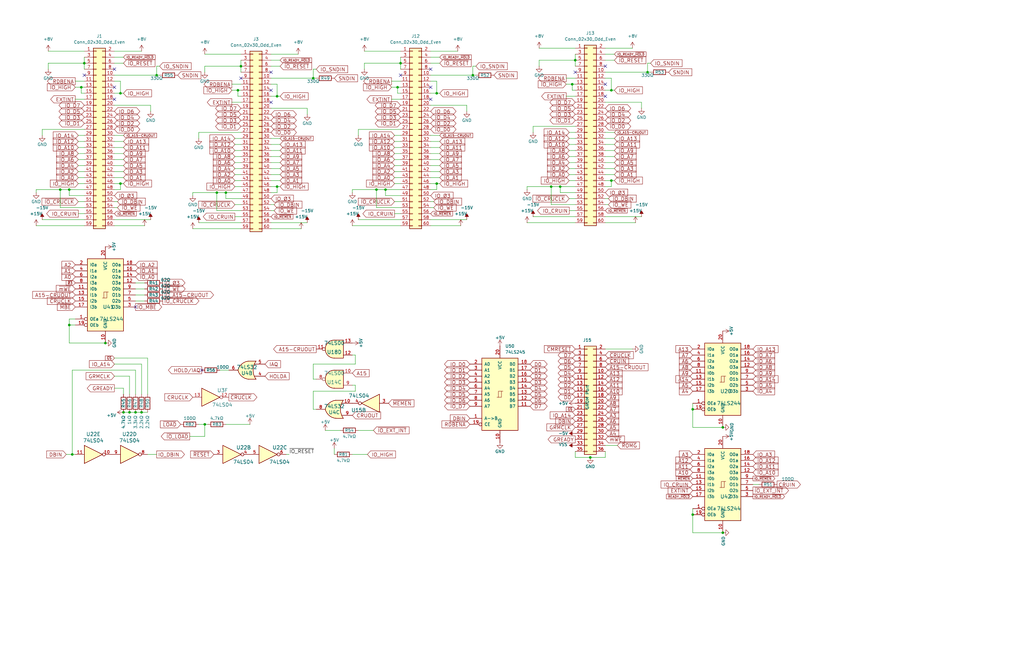
<source format=kicad_sch>
(kicad_sch (version 20231120) (generator "eeschema") (generator_version "8.0")
  (paper "USLedger")
  (title_block (title "TI-99/22") (date "2023-01-21") (rev "0.96") (company "Dan Werner - https://github.com/danwerner21/ti99_22") (comment 1 "Schematic for Keyboard, Joystick and Cassette port.") (comment 3 "was based on the HackMac KiCAD Design") (comment 4 "Based Robert Krenicki's design which") (comment 5 "Original - https://github.com/rkrenicki/TI99-Motherboard"))
  (lib_symbols
    (symbol "74xx:74LS00" (pin_names (offset 1.016))
      (property "Reference" "U" (at 0 1.27 0))
      (property "Value" "74LS00" (at 0 -1.27 0))
      (symbol "74LS00_1_1"
        (pin input line (at -7.62 2.54 0) (length 3.81) (name "~") (number "1"))
        (pin input line (at -7.62 -2.54 0) (length 3.81) (name "~") (number "2"))
        (pin output inverted (at 7.62 0 180) (length 3.81) (name "~") (number "3"))
      )
      (symbol "74LS00_1_2"
        (pin input inverted (at -7.62 2.54 0) (length 4.318) (name "~") (number "1"))
        (pin input inverted (at -7.62 -2.54 0) (length 4.318) (name "~") (number "2"))
        (pin output line (at 7.62 0 180) (length 3.81) (name "~") (number "3"))
      )
      (symbol "74LS00_2_1"
        (pin input line (at -7.62 2.54 0) (length 3.81) (name "~") (number "4"))
        (pin input line (at -7.62 -2.54 0) (length 3.81) (name "~") (number "5"))
        (pin output inverted (at 7.62 0 180) (length 3.81) (name "~") (number "6"))
      )
      (symbol "74LS00_2_2"
        (pin input inverted (at -7.62 2.54 0) (length 4.318) (name "~") (number "4"))
        (pin input inverted (at -7.62 -2.54 0) (length 4.318) (name "~") (number "5"))
        (pin output line (at 7.62 0 180) (length 3.81) (name "~") (number "6"))
      )
      (symbol "74LS00_3_1"
        (pin input line (at -7.62 -2.54 0) (length 3.81) (name "~") (number "10"))
        (pin output inverted (at 7.62 0 180) (length 3.81) (name "~") (number "8"))
        (pin input line (at -7.62 2.54 0) (length 3.81) (name "~") (number "9"))
      )
      (symbol "74LS00_3_2"
        (pin input inverted (at -7.62 -2.54 0) (length 4.318) (name "~") (number "10"))
        (pin output line (at 7.62 0 180) (length 3.81) (name "~") (number "8"))
        (pin input inverted (at -7.62 2.54 0) (length 4.318) (name "~") (number "9"))
      )
      (symbol "74LS00_4_1"
        (pin output inverted (at 7.62 0 180) (length 3.81) (name "~") (number "11"))
        (pin input line (at -7.62 2.54 0) (length 3.81) (name "~") (number "12"))
        (pin input line (at -7.62 -2.54 0) (length 3.81) (name "~") (number "13"))
      )
      (symbol "74LS00_4_2"
        (pin output line (at 7.62 0 180) (length 3.81) (name "~") (number "11"))
        (pin input inverted (at -7.62 2.54 0) (length 4.318) (name "~") (number "12"))
        (pin input inverted (at -7.62 -2.54 0) (length 4.318) (name "~") (number "13"))
      )
      (symbol "74LS00_5_0"
        (pin power_in line (at 0 12.7 270) (length 5.08) (name "VCC") (number "14"))
        (pin power_in line (at 0 -12.7 90) (length 5.08) (name "GND") (number "7"))
      )
    )
    (symbol "74xx:74LS04"
      (property "Reference" "U" (at 0 1.27 0))
      (property "Value" "74LS04" (at 0 -1.27 0))
      (symbol "74LS04_1_0"
        (pin input line (at -7.62 0 0) (length 3.81) (name "~") (number "1"))
        (pin output inverted (at 7.62 0 180) (length 3.81) (name "~") (number "2"))
      )
      (symbol "74LS04_2_0"
        (pin input line (at -7.62 0 0) (length 3.81) (name "~") (number "3"))
        (pin output inverted (at 7.62 0 180) (length 3.81) (name "~") (number "4"))
      )
      (symbol "74LS04_3_0"
        (pin input line (at -7.62 0 0) (length 3.81) (name "~") (number "5"))
        (pin output inverted (at 7.62 0 180) (length 3.81) (name "~") (number "6"))
      )
      (symbol "74LS04_4_0"
        (pin output inverted (at 7.62 0 180) (length 3.81) (name "~") (number "8"))
        (pin input line (at -7.62 0 0) (length 3.81) (name "~") (number "9"))
      )
      (symbol "74LS04_5_0"
        (pin output inverted (at 7.62 0 180) (length 3.81) (name "~") (number "10"))
        (pin input line (at -7.62 0 0) (length 3.81) (name "~") (number "11"))
      )
      (symbol "74LS04_6_0"
        (pin output inverted (at 7.62 0 180) (length 3.81) (name "~") (number "12"))
        (pin input line (at -7.62 0 0) (length 3.81) (name "~") (number "13"))
      )
      (symbol "74LS04_7_0"
        (pin power_in line (at 0 12.7 270) (length 5.08) (name "VCC") (number "14"))
        (pin power_in line (at 0 -12.7 90) (length 5.08) (name "GND") (number "7"))
      )
    )
    (symbol "74xx:74LS244" (pin_names (offset 1.016))
      (property "Reference" "U" (at -7.62 16.51 0))
      (property "Value" "74LS244" (at -7.62 -16.51 0))
      (symbol "74LS244_1_0"
        (pin input inverted (at -12.7 -10.16 0) (length 5.08) (name "OEa") (number "1"))
        (pin power_in line (at 0 -20.32 90) (length 5.08) (name "GND") (number "10"))
        (pin input line (at -12.7 2.54 0) (length 5.08) (name "I0b") (number "11"))
        (pin tri_state line (at 12.7 5.08 180) (length 5.08) (name "O3a") (number "12"))
        (pin input line (at -12.7 0 0) (length 5.08) (name "I1b") (number "13"))
        (pin tri_state line (at 12.7 7.62 180) (length 5.08) (name "O2a") (number "14"))
        (pin input line (at -12.7 -2.54 0) (length 5.08) (name "I2b") (number "15"))
        (pin tri_state line (at 12.7 10.16 180) (length 5.08) (name "O1a") (number "16"))
        (pin input line (at -12.7 -5.08 0) (length 5.08) (name "I3b") (number "17"))
        (pin tri_state line (at 12.7 12.7 180) (length 5.08) (name "O0a") (number "18"))
        (pin input inverted (at -12.7 -12.7 0) (length 5.08) (name "OEb") (number "19"))
        (pin input line (at -12.7 12.7 0) (length 5.08) (name "I0a") (number "2"))
        (pin power_in line (at 0 20.32 270) (length 5.08) (name "VCC") (number "20"))
        (pin tri_state line (at 12.7 -5.08 180) (length 5.08) (name "O3b") (number "3"))
        (pin input line (at -12.7 10.16 0) (length 5.08) (name "I1a") (number "4"))
        (pin tri_state line (at 12.7 -2.54 180) (length 5.08) (name "O2b") (number "5"))
        (pin input line (at -12.7 7.62 0) (length 5.08) (name "I2a") (number "6"))
        (pin tri_state line (at 12.7 0 180) (length 5.08) (name "O1b") (number "7"))
        (pin input line (at -12.7 5.08 0) (length 5.08) (name "I3a") (number "8"))
        (pin tri_state line (at 12.7 2.54 180) (length 5.08) (name "O0b") (number "9"))
      )
    )
    (symbol "74xx:74LS245" (pin_names (offset 1.016))
      (property "Reference" "U" (at -7.62 16.51 0))
      (property "Value" "74LS245" (at -7.62 -16.51 0))
      (symbol "74LS245_1_0"
        (pin input line (at -12.7 -10.16 0) (length 5.08) (name "A->B") (number "1"))
        (pin power_in line (at 0 -20.32 90) (length 5.08) (name "GND") (number "10"))
        (pin tri_state line (at 12.7 -5.08 180) (length 5.08) (name "B7") (number "11"))
        (pin tri_state line (at 12.7 -2.54 180) (length 5.08) (name "B6") (number "12"))
        (pin tri_state line (at 12.7 0 180) (length 5.08) (name "B5") (number "13"))
        (pin tri_state line (at 12.7 2.54 180) (length 5.08) (name "B4") (number "14"))
        (pin tri_state line (at 12.7 5.08 180) (length 5.08) (name "B3") (number "15"))
        (pin tri_state line (at 12.7 7.62 180) (length 5.08) (name "B2") (number "16"))
        (pin tri_state line (at 12.7 10.16 180) (length 5.08) (name "B1") (number "17"))
        (pin tri_state line (at 12.7 12.7 180) (length 5.08) (name "B0") (number "18"))
        (pin input inverted (at -12.7 -12.7 0) (length 5.08) (name "CE") (number "19"))
        (pin tri_state line (at -12.7 12.7 0) (length 5.08) (name "A0") (number "2"))
        (pin power_in line (at 0 20.32 270) (length 5.08) (name "VCC") (number "20"))
        (pin tri_state line (at -12.7 10.16 0) (length 5.08) (name "A1") (number "3"))
        (pin tri_state line (at -12.7 7.62 0) (length 5.08) (name "A2") (number "4"))
        (pin tri_state line (at -12.7 5.08 0) (length 5.08) (name "A3") (number "5"))
        (pin tri_state line (at -12.7 2.54 0) (length 5.08) (name "A4") (number "6"))
        (pin tri_state line (at -12.7 0 0) (length 5.08) (name "A5") (number "7"))
        (pin tri_state line (at -12.7 -2.54 0) (length 5.08) (name "A6") (number "8"))
        (pin tri_state line (at -12.7 -5.08 0) (length 5.08) (name "A7") (number "9"))
      )
    )
    (symbol "74xx:74LS32" (pin_names (offset 1.016))
      (property "Reference" "U" (at 0 1.27 0))
      (property "Value" "74LS32" (at 0 -1.27 0))
      (symbol "74LS32_1_1"
        (pin input line (at -7.62 2.54 0) (length 4.318) (name "~") (number "1"))
        (pin input line (at -7.62 -2.54 0) (length 4.318) (name "~") (number "2"))
        (pin output line (at 7.62 0 180) (length 3.81) (name "~") (number "3"))
      )
      (symbol "74LS32_1_2"
        (pin input inverted (at -7.62 2.54 0) (length 3.81) (name "~") (number "1"))
        (pin input inverted (at -7.62 -2.54 0) (length 3.81) (name "~") (number "2"))
        (pin output inverted (at 7.62 0 180) (length 3.81) (name "~") (number "3"))
      )
      (symbol "74LS32_2_1"
        (pin input line (at -7.62 2.54 0) (length 4.318) (name "~") (number "4"))
        (pin input line (at -7.62 -2.54 0) (length 4.318) (name "~") (number "5"))
        (pin output line (at 7.62 0 180) (length 3.81) (name "~") (number "6"))
      )
      (symbol "74LS32_2_2"
        (pin input inverted (at -7.62 2.54 0) (length 3.81) (name "~") (number "4"))
        (pin input inverted (at -7.62 -2.54 0) (length 3.81) (name "~") (number "5"))
        (pin output inverted (at 7.62 0 180) (length 3.81) (name "~") (number "6"))
      )
      (symbol "74LS32_3_1"
        (pin input line (at -7.62 -2.54 0) (length 4.318) (name "~") (number "10"))
        (pin output line (at 7.62 0 180) (length 3.81) (name "~") (number "8"))
        (pin input line (at -7.62 2.54 0) (length 4.318) (name "~") (number "9"))
      )
      (symbol "74LS32_3_2"
        (pin input inverted (at -7.62 -2.54 0) (length 3.81) (name "~") (number "10"))
        (pin output inverted (at 7.62 0 180) (length 3.81) (name "~") (number "8"))
        (pin input inverted (at -7.62 2.54 0) (length 3.81) (name "~") (number "9"))
      )
      (symbol "74LS32_4_1"
        (pin output line (at 7.62 0 180) (length 3.81) (name "~") (number "11"))
        (pin input line (at -7.62 2.54 0) (length 4.318) (name "~") (number "12"))
        (pin input line (at -7.62 -2.54 0) (length 4.318) (name "~") (number "13"))
      )
      (symbol "74LS32_4_2"
        (pin output inverted (at 7.62 0 180) (length 3.81) (name "~") (number "11"))
        (pin input inverted (at -7.62 2.54 0) (length 3.81) (name "~") (number "12"))
        (pin input inverted (at -7.62 -2.54 0) (length 3.81) (name "~") (number "13"))
      )
      (symbol "74LS32_5_0"
        (pin power_in line (at 0 12.7 270) (length 5.08) (name "VCC") (number "14"))
        (pin power_in line (at 0 -12.7 90) (length 5.08) (name "GND") (number "7"))
      )
    )
    (symbol "Connector_Generic:Conn_02x18_Odd_Even" (pin_names (offset 1.016) hide)
      (property "Reference" "J" (at 1.27 22.86 0))
      (property "Value" "Conn_02x18_Odd_Even" (at 1.27 -25.4 0))
      (symbol "Conn_02x18_Odd_Even_1_1"
        (pin passive line (at -5.08 20.32 0) (length 3.81) (name "Pin_1") (number "1"))
        (pin passive line (at 7.62 10.16 180) (length 3.81) (name "Pin_10") (number "10"))
        (pin passive line (at -5.08 7.62 0) (length 3.81) (name "Pin_11") (number "11"))
        (pin passive line (at 7.62 7.62 180) (length 3.81) (name "Pin_12") (number "12"))
        (pin passive line (at -5.08 5.08 0) (length 3.81) (name "Pin_13") (number "13"))
        (pin passive line (at 7.62 5.08 180) (length 3.81) (name "Pin_14") (number "14"))
        (pin passive line (at -5.08 2.54 0) (length 3.81) (name "Pin_15") (number "15"))
        (pin passive line (at 7.62 2.54 180) (length 3.81) (name "Pin_16") (number "16"))
        (pin passive line (at -5.08 0 0) (length 3.81) (name "Pin_17") (number "17"))
        (pin passive line (at 7.62 0 180) (length 3.81) (name "Pin_18") (number "18"))
        (pin passive line (at -5.08 -2.54 0) (length 3.81) (name "Pin_19") (number "19"))
        (pin passive line (at 7.62 20.32 180) (length 3.81) (name "Pin_2") (number "2"))
        (pin passive line (at 7.62 -2.54 180) (length 3.81) (name "Pin_20") (number "20"))
        (pin passive line (at -5.08 -5.08 0) (length 3.81) (name "Pin_21") (number "21"))
        (pin passive line (at 7.62 -5.08 180) (length 3.81) (name "Pin_22") (number "22"))
        (pin passive line (at -5.08 -7.62 0) (length 3.81) (name "Pin_23") (number "23"))
        (pin passive line (at 7.62 -7.62 180) (length 3.81) (name "Pin_24") (number "24"))
        (pin passive line (at -5.08 -10.16 0) (length 3.81) (name "Pin_25") (number "25"))
        (pin passive line (at 7.62 -10.16 180) (length 3.81) (name "Pin_26") (number "26"))
        (pin passive line (at -5.08 -12.7 0) (length 3.81) (name "Pin_27") (number "27"))
        (pin passive line (at 7.62 -12.7 180) (length 3.81) (name "Pin_28") (number "28"))
        (pin passive line (at -5.08 -15.24 0) (length 3.81) (name "Pin_29") (number "29"))
        (pin passive line (at -5.08 17.78 0) (length 3.81) (name "Pin_3") (number "3"))
        (pin passive line (at 7.62 -15.24 180) (length 3.81) (name "Pin_30") (number "30"))
        (pin passive line (at -5.08 -17.78 0) (length 3.81) (name "Pin_31") (number "31"))
        (pin passive line (at 7.62 -17.78 180) (length 3.81) (name "Pin_32") (number "32"))
        (pin passive line (at -5.08 -20.32 0) (length 3.81) (name "Pin_33") (number "33"))
        (pin passive line (at 7.62 -20.32 180) (length 3.81) (name "Pin_34") (number "34"))
        (pin passive line (at -5.08 -22.86 0) (length 3.81) (name "Pin_35") (number "35"))
        (pin passive line (at 7.62 -22.86 180) (length 3.81) (name "Pin_36") (number "36"))
        (pin passive line (at 7.62 17.78 180) (length 3.81) (name "Pin_4") (number "4"))
        (pin passive line (at -5.08 15.24 0) (length 3.81) (name "Pin_5") (number "5"))
        (pin passive line (at 7.62 15.24 180) (length 3.81) (name "Pin_6") (number "6"))
        (pin passive line (at -5.08 12.7 0) (length 3.81) (name "Pin_7") (number "7"))
        (pin passive line (at 7.62 12.7 180) (length 3.81) (name "Pin_8") (number "8"))
        (pin passive line (at -5.08 10.16 0) (length 3.81) (name "Pin_9") (number "9"))
      )
    )
    (symbol "Connector_Generic:Conn_02x30_Odd_Even" (pin_names (offset 1.016) hide)
      (property "Reference" "J" (at 1.27 38.1 0))
      (property "Value" "Conn_02x30_Odd_Even" (at 1.27 -40.64 0))
      (symbol "Conn_02x30_Odd_Even_1_1"
        (pin passive line (at -5.08 35.56 0) (length 3.81) (name "Pin_1") (number "1"))
        (pin passive line (at 7.62 25.4 180) (length 3.81) (name "Pin_10") (number "10"))
        (pin passive line (at -5.08 22.86 0) (length 3.81) (name "Pin_11") (number "11"))
        (pin passive line (at 7.62 22.86 180) (length 3.81) (name "Pin_12") (number "12"))
        (pin passive line (at -5.08 20.32 0) (length 3.81) (name "Pin_13") (number "13"))
        (pin passive line (at 7.62 20.32 180) (length 3.81) (name "Pin_14") (number "14"))
        (pin passive line (at -5.08 17.78 0) (length 3.81) (name "Pin_15") (number "15"))
        (pin passive line (at 7.62 17.78 180) (length 3.81) (name "Pin_16") (number "16"))
        (pin passive line (at -5.08 15.24 0) (length 3.81) (name "Pin_17") (number "17"))
        (pin passive line (at 7.62 15.24 180) (length 3.81) (name "Pin_18") (number "18"))
        (pin passive line (at -5.08 12.7 0) (length 3.81) (name "Pin_19") (number "19"))
        (pin passive line (at 7.62 35.56 180) (length 3.81) (name "Pin_2") (number "2"))
        (pin passive line (at 7.62 12.7 180) (length 3.81) (name "Pin_20") (number "20"))
        (pin passive line (at -5.08 10.16 0) (length 3.81) (name "Pin_21") (number "21"))
        (pin passive line (at 7.62 10.16 180) (length 3.81) (name "Pin_22") (number "22"))
        (pin passive line (at -5.08 7.62 0) (length 3.81) (name "Pin_23") (number "23"))
        (pin passive line (at 7.62 7.62 180) (length 3.81) (name "Pin_24") (number "24"))
        (pin passive line (at -5.08 5.08 0) (length 3.81) (name "Pin_25") (number "25"))
        (pin passive line (at 7.62 5.08 180) (length 3.81) (name "Pin_26") (number "26"))
        (pin passive line (at -5.08 2.54 0) (length 3.81) (name "Pin_27") (number "27"))
        (pin passive line (at 7.62 2.54 180) (length 3.81) (name "Pin_28") (number "28"))
        (pin passive line (at -5.08 0 0) (length 3.81) (name "Pin_29") (number "29"))
        (pin passive line (at -5.08 33.02 0) (length 3.81) (name "Pin_3") (number "3"))
        (pin passive line (at 7.62 0 180) (length 3.81) (name "Pin_30") (number "30"))
        (pin passive line (at -5.08 -2.54 0) (length 3.81) (name "Pin_31") (number "31"))
        (pin passive line (at 7.62 -2.54 180) (length 3.81) (name "Pin_32") (number "32"))
        (pin passive line (at -5.08 -5.08 0) (length 3.81) (name "Pin_33") (number "33"))
        (pin passive line (at 7.62 -5.08 180) (length 3.81) (name "Pin_34") (number "34"))
        (pin passive line (at -5.08 -7.62 0) (length 3.81) (name "Pin_35") (number "35"))
        (pin passive line (at 7.62 -7.62 180) (length 3.81) (name "Pin_36") (number "36"))
        (pin passive line (at -5.08 -10.16 0) (length 3.81) (name "Pin_37") (number "37"))
        (pin passive line (at 7.62 -10.16 180) (length 3.81) (name "Pin_38") (number "38"))
        (pin passive line (at -5.08 -12.7 0) (length 3.81) (name "Pin_39") (number "39"))
        (pin passive line (at 7.62 33.02 180) (length 3.81) (name "Pin_4") (number "4"))
        (pin passive line (at 7.62 -12.7 180) (length 3.81) (name "Pin_40") (number "40"))
        (pin passive line (at -5.08 -15.24 0) (length 3.81) (name "Pin_41") (number "41"))
        (pin passive line (at 7.62 -15.24 180) (length 3.81) (name "Pin_42") (number "42"))
        (pin passive line (at -5.08 -17.78 0) (length 3.81) (name "Pin_43") (number "43"))
        (pin passive line (at 7.62 -17.78 180) (length 3.81) (name "Pin_44") (number "44"))
        (pin passive line (at -5.08 -20.32 0) (length 3.81) (name "Pin_45") (number "45"))
        (pin passive line (at 7.62 -20.32 180) (length 3.81) (name "Pin_46") (number "46"))
        (pin passive line (at -5.08 -22.86 0) (length 3.81) (name "Pin_47") (number "47"))
        (pin passive line (at 7.62 -22.86 180) (length 3.81) (name "Pin_48") (number "48"))
        (pin passive line (at -5.08 -25.4 0) (length 3.81) (name "Pin_49") (number "49"))
        (pin passive line (at -5.08 30.48 0) (length 3.81) (name "Pin_5") (number "5"))
        (pin passive line (at 7.62 -25.4 180) (length 3.81) (name "Pin_50") (number "50"))
        (pin passive line (at -5.08 -27.94 0) (length 3.81) (name "Pin_51") (number "51"))
        (pin passive line (at 7.62 -27.94 180) (length 3.81) (name "Pin_52") (number "52"))
        (pin passive line (at -5.08 -30.48 0) (length 3.81) (name "Pin_53") (number "53"))
        (pin passive line (at 7.62 -30.48 180) (length 3.81) (name "Pin_54") (number "54"))
        (pin passive line (at -5.08 -33.02 0) (length 3.81) (name "Pin_55") (number "55"))
        (pin passive line (at 7.62 -33.02 180) (length 3.81) (name "Pin_56") (number "56"))
        (pin passive line (at -5.08 -35.56 0) (length 3.81) (name "Pin_57") (number "57"))
        (pin passive line (at 7.62 -35.56 180) (length 3.81) (name "Pin_58") (number "58"))
        (pin passive line (at -5.08 -38.1 0) (length 3.81) (name "Pin_59") (number "59"))
        (pin passive line (at 7.62 30.48 180) (length 3.81) (name "Pin_6") (number "6"))
        (pin passive line (at 7.62 -38.1 180) (length 3.81) (name "Pin_60") (number "60"))
        (pin passive line (at -5.08 27.94 0) (length 3.81) (name "Pin_7") (number "7"))
        (pin passive line (at 7.62 27.94 180) (length 3.81) (name "Pin_8") (number "8"))
        (pin passive line (at -5.08 25.4 0) (length 3.81) (name "Pin_9") (number "9"))
      )
    )
    (symbol "Device:R" (pin_numbers hide) (pin_names (offset 0))
      (property "Reference" "R" (at 2.032 0 90))
      (property "Value" "R" (at 0 0 90))
      (symbol "R_1_1"
        (pin passive line (at 0 3.81 270) (length 1.27) (name "~") (number "1"))
        (pin passive line (at 0 -3.81 90) (length 1.27) (name "~") (number "2"))
      )
    )
    (symbol "power:+15V" (power) (pin_numbers hide) (pin_names (offset 0) hide)
      (property "Value" "+15V" (at 0 3.556 0))
      (symbol "+15V_1_1"
        (pin power_in line (at 0 0 90) (length 0) (name "~") (number "1"))
      )
    )
    (symbol "power:+5V" (power) (pin_numbers hide) (pin_names (offset 0) hide)
      (property "Value" "+5V" (at 0 3.556 0))
      (symbol "+5V_1_1"
        (pin power_in line (at 0 0 90) (length 0) (name "~") (number "1"))
      )
    )
    (symbol "power:+8V" (power) (pin_numbers hide) (pin_names (offset 0) hide)
      (property "Value" "+8V" (at 0 3.556 0))
      (symbol "+8V_1_1"
        (pin power_in line (at 0 0 90) (length 0) (name "~") (number "1"))
      )
    )
    (symbol "power:-15V" (power) (pin_numbers hide) (pin_names (offset 0) hide)
      (property "Value" "-15V" (at 0 3.556 0))
      (symbol "-15V_0_0"
        (pin power_in line (at 0 0 90) (length 0) (name "~") (number "1"))
      )
    )
    (symbol "power:-5V" (power) (pin_numbers hide) (pin_names (offset 0) hide)
      (property "Value" "-5V" (at 0 3.556 0))
      (symbol "-5V_0_0"
        (pin power_in line (at 0 0 90) (length 0) (name "~") (number "1"))
      )
    )
    (symbol "power:GND" (power) (pin_numbers hide) (pin_names (offset 0) hide)
      (property "Value" "GND" (at 0 -3.81 0))
      (symbol "GND_1_1"
        (pin power_in line (at 0 0 270) (length 0) (name "~") (number "1"))
      )
    )
    (symbol "power:VSS" (power) (pin_numbers hide) (pin_names (offset 0) hide)
      (property "Value" "VSS" (at 0 3.556 0))
      (symbol "VSS_1_1"
        (pin power_in line (at 0 0 90) (length 0) (name "~") (number "1"))
      )
    )
  )
  (junction (at 167.64 36.83))
  (junction (at 199.39 31.75))
  (junction (at 54.61 173.99))
  (junction (at 273.05 30.48))
  (junction (at 257.81 76.2))
  (junction (at 184.15 77.47))
  (junction (at 59.69 173.99))
  (junction (at 232.41 78.74))
  (junction (at 50.8 39.37))
  (junction (at 29.21 137.16))
  (junction (at 162.56 80.01))
  (junction (at 257.81 38.1))
  (junction (at 91.44 81.28))
  (junction (at 241.3 35.56))
  (junction (at 86.36 179.07))
  (junction (at 50.8 77.47))
  (junction (at 57.15 173.99))
  (junction (at 29.21 80.01))
  (junction (at 242.57 25.4))
  (junction (at 116.84 40.64))
  (junction (at 35.56 26.67))
  (junction (at 304.8 180.34))
  (junction (at 304.8 224.79))
  (junction (at 66.04 31.75))
  (junction (at 292.1 217.17))
  (junction (at 25.4 80.01))
  (junction (at 95.25 81.28))
  (junction (at 100.33 38.1))
  (junction (at 158.75 80.01))
  (junction (at 132.08 33.02))
  (junction (at 116.84 78.74))
  (junction (at 44.45 144.78))
  (junction (at 52.07 173.99))
  (junction (at 34.29 36.83))
  (junction (at 248.92 193.04))
  (junction (at 168.91 26.67))
  (junction (at 292.1 172.72))
  (junction (at 30.48 191.77))
  (junction (at 101.6 27.94))
  (junction (at 236.22 78.74))
  (junction (at 184.15 39.37))
  (no_connect (at 48.26 36.83))
  (no_connect (at 85.09 156.21))
  (no_connect (at 114.3 30.48))
  (no_connect (at 48.26 41.91))
  (no_connect (at 114.3 43.18))
  (no_connect (at 242.57 30.48))
  (no_connect (at 255.27 40.64))
  (no_connect (at 168.91 31.75))
  (no_connect (at 181.61 29.21))
  (no_connect (at 181.61 36.83))
  (no_connect (at 35.56 31.75))
  (no_connect (at 114.3 38.1))
  (no_connect (at 181.61 41.91))
  (no_connect (at 255.27 27.94))
  (no_connect (at 255.27 35.56))
  (no_connect (at 48.26 29.21))
  (no_connect (at 101.6 33.02))
  (no_connect (at 57.15 129.54))
  (wire (pts (xy 165.1 36.83) (xy 167.64 36.83)))
  (wire (pts (xy 99.06 58.42) (xy 101.6 58.42)))
  (wire (pts (xy 236.22 78.74) (xy 232.41 78.74)))
  (wire (pts (xy 133.35 160.02) (xy 132.08 160.02)))
  (wire (pts (xy 158.75 80.01) (xy 148.59 80.01)))
  (wire (pts (xy 33.02 69.85) (xy 35.56 69.85)))
  (wire (pts (xy 181.61 26.67) (xy 185.42 26.67)))
  (wire (pts (xy 181.61 87.63) (xy 182.88 87.63)))
  (wire (pts (xy 255.27 193.04) (xy 255.27 190.5)))
  (wire (pts (xy 255.27 60.96) (xy 259.08 60.96)))
  (wire (pts (xy 255.27 78.74) (xy 257.81 78.74)))
  (wire (pts (xy 101.6 81.28) (xy 95.25 81.28)))
  (wire (pts (xy 83.82 55.88) (xy 83.82 58.42)))
  (wire (pts (xy 242.57 193.04) (xy 248.92 193.04)))
  (wire (pts (xy 240.03 76.2) (xy 242.57 76.2)))
  (wire (pts (xy 166.37 59.69) (xy 168.91 59.69)))
  (wire (pts (xy 101.6 25.4) (xy 101.6 27.94)))
  (wire (pts (xy 99.06 76.2) (xy 101.6 76.2)))
  (wire (pts (xy 255.27 147.32) (xy 266.7 147.32)))
  (wire (pts (xy 140.97 189.23) (xy 140.97 191.77)))
  (wire (pts (xy 81.28 96.52) (xy 101.6 96.52)))
  (wire (pts (xy 240.03 71.12) (xy 242.57 71.12)))
  (wire (pts (xy 99.06 86.36) (xy 101.6 86.36)))
  (wire (pts (xy 181.61 31.75) (xy 199.39 31.75)))
  (wire (pts (xy 48.26 77.47) (xy 50.8 77.47)))
  (wire (pts (xy 114.3 71.12) (xy 118.11 71.12)))
  (wire (pts (xy 181.61 80.01) (xy 184.15 80.01)))
  (wire (pts (xy 91.44 81.28) (xy 81.28 81.28)))
  (wire (pts (xy 132.08 153.67) (xy 149.86 153.67)))
  (wire (pts (xy 59.69 153.67) (xy 59.69 166.37)))
  (wire (pts (xy 114.3 40.64) (xy 116.84 40.64)))
  (wire (pts (xy 166.37 77.47) (xy 168.91 77.47)))
  (wire (pts (xy 151.13 92.71) (xy 168.91 92.71)))
  (wire (pts (xy 57.15 173.99) (xy 59.69 173.99)))
  (wire (pts (xy 292.1 172.72) (xy 292.1 180.34)))
  (wire (pts (xy 181.61 72.39) (xy 185.42 72.39)))
  (wire (pts (xy 33.02 85.09) (xy 35.56 85.09)))
  (wire (pts (xy 114.3 73.66) (xy 118.11 73.66)))
  (wire (pts (xy 48.26 67.31) (xy 52.07 67.31)))
  (wire (pts (xy 99.06 78.74) (xy 101.6 78.74)))
  (wire (pts (xy 132.08 29.21) (xy 132.08 33.02)))
  (wire (pts (xy 200.66 27.94) (xy 199.39 27.94)))
  (wire (pts (xy 25.4 87.63) (xy 25.4 80.01)))
  (wire (pts (xy 48.26 87.63) (xy 49.53 87.63)))
  (wire (pts (xy 238.76 40.64) (xy 242.57 40.64)))
  (wire (pts (xy 48.26 85.09) (xy 49.53 85.09)))
  (wire (pts (xy 114.3 45.72) (xy 129.54 45.72)))
  (wire (pts (xy 33.02 90.17) (xy 35.56 90.17)))
  (wire (pts (xy 48.26 153.67) (xy 59.69 153.67)))
  (wire (pts (xy 17.78 92.71) (xy 35.56 92.71)))
  (wire (pts (xy 151.13 54.61) (xy 151.13 57.15)))
  (wire (pts (xy 57.15 127) (xy 60.96 127)))
  (wire (pts (xy 132.08 160.02) (xy 132.08 153.67)))
  (wire (pts (xy 168.91 54.61) (xy 151.13 54.61)))
  (wire (pts (xy 100.33 38.1) (xy 101.6 38.1)))
  (wire (pts (xy 48.26 158.75) (xy 54.61 158.75)))
  (wire (pts (xy 241.3 35.56) (xy 242.57 35.56)))
  (wire (pts (xy 166.37 85.09) (xy 168.91 85.09)))
  (wire (pts (xy 116.84 78.74) (xy 118.11 78.74)))
  (wire (pts (xy 162.56 80.01) (xy 158.75 80.01)))
  (wire (pts (xy 181.61 74.93) (xy 185.42 74.93)))
  (wire (pts (xy 257.81 78.74) (xy 257.81 76.2)))
  (wire (pts (xy 35.56 82.55) (xy 29.21 82.55)))
  (wire (pts (xy 181.61 21.59) (xy 193.04 21.59)))
  (wire (pts (xy 48.26 151.13) (xy 62.23 151.13)))
  (wire (pts (xy 48.26 92.71) (xy 63.5 92.71)))
  (wire (pts (xy 114.3 78.74) (xy 116.84 78.74)))
  (wire (pts (xy 97.79 43.18) (xy 101.6 43.18)))
  (wire (pts (xy 114.3 96.52) (xy 127 96.52)))
  (wire (pts (xy 274.32 26.67) (xy 273.05 26.67)))
  (wire (pts (xy 57.15 166.37) (xy 57.15 156.21)))
  (wire (pts (xy 99.06 73.66) (xy 101.6 73.66)))
  (wire (pts (xy 240.03 63.5) (xy 242.57 63.5)))
  (wire (pts (xy 240.03 73.66) (xy 242.57 73.66)))
  (wire (pts (xy 95.25 81.28) (xy 91.44 81.28)))
  (wire (pts (xy 181.61 24.13) (xy 185.42 24.13)))
  (wire (pts (xy 86.36 22.86) (xy 101.6 22.86)))
  (wire (pts (xy 255.27 71.12) (xy 259.08 71.12)))
  (wire (pts (xy 60.96 124.46) (xy 57.15 124.46)))
  (wire (pts (xy 100.33 38.1) (xy 100.33 40.64)))
  (wire (pts (xy 114.3 63.5) (xy 118.11 63.5)))
  (wire (pts (xy 48.26 95.25) (xy 60.96 95.25)))
  (wire (pts (xy 255.27 86.36) (xy 256.54 86.36)))
  (wire (pts (xy 29.21 82.55) (xy 29.21 80.01)))
  (wire (pts (xy 114.3 86.36) (xy 115.57 86.36)))
  (wire (pts (xy 227.33 20.32) (xy 242.57 20.32)))
  (wire (pts (xy 133.35 29.21) (xy 132.08 29.21)))
  (wire (pts (xy 99.06 66.04) (xy 101.6 66.04)))
  (wire (pts (xy 99.06 60.96) (xy 101.6 60.96)))
  (wire (pts (xy 181.61 39.37) (xy 184.15 39.37)))
  (wire (pts (xy 236.22 81.28) (xy 236.22 78.74)))
  (wire (pts (xy 33.02 67.31) (xy 35.56 67.31)))
  (wire (pts (xy 153.67 21.59) (xy 168.91 21.59)))
  (wire (pts (xy 168.91 24.13) (xy 168.91 26.67)))
  (wire (pts (xy 86.36 27.94) (xy 86.36 30.48)))
  (wire (pts (xy 114.3 22.86) (xy 125.73 22.86)))
  (wire (pts (xy 257.81 33.02) (xy 257.81 38.1)))
  (wire (pts (xy 99.06 68.58) (xy 101.6 68.58)))
  (wire (pts (xy 255.27 22.86) (xy 259.08 22.86)))
  (wire (pts (xy 87.63 179.07) (xy 86.36 179.07)))
  (wire (pts (xy 255.27 76.2) (xy 257.81 76.2)))
  (wire (pts (xy 114.3 60.96) (xy 118.11 60.96)))
  (wire (pts (xy 132.08 172.72) (xy 132.08 165.1)))
  (wire (pts (xy 116.84 35.56) (xy 116.84 40.64)))
  (wire (pts (xy 167.64 36.83) (xy 167.64 39.37)))
  (wire (pts (xy 35.56 80.01) (xy 29.21 80.01)))
  (wire (pts (xy 35.56 24.13) (xy 35.56 26.67)))
  (wire (pts (xy 15.24 95.25) (xy 35.56 95.25)))
  (wire (pts (xy 116.84 81.28) (xy 116.84 78.74)))
  (wire (pts (xy 238.76 33.02) (xy 242.57 33.02)))
  (wire (pts (xy 114.3 88.9) (xy 115.57 88.9)))
  (wire (pts (xy 199.39 31.75) (xy 200.66 31.75)))
  (wire (pts (xy 166.37 74.93) (xy 168.91 74.93)))
  (wire (pts (xy 168.91 26.67) (xy 168.91 29.21)))
  (wire (pts (xy 62.23 191.77) (xy 66.04 191.77)))
  (wire (pts (xy 242.57 81.28) (xy 236.22 81.28)))
  (wire (pts (xy 34.29 39.37) (xy 35.56 39.37)))
  (wire (pts (xy 270.51 43.18) (xy 270.51 45.72)))
  (wire (pts (xy 50.8 77.47) (xy 52.07 77.47)))
  (wire (pts (xy 257.81 38.1) (xy 259.08 38.1)))
  (wire (pts (xy 165.1 34.29) (xy 168.91 34.29)))
  (wire (pts (xy 232.41 78.74) (xy 222.25 78.74)))
  (wire (pts (xy 97.79 35.56) (xy 101.6 35.56)))
  (wire (pts (xy 158.75 87.63) (xy 158.75 80.01)))
  (wire (pts (xy 184.15 77.47) (xy 185.42 77.47)))
  (wire (pts (xy 167.64 39.37) (xy 168.91 39.37)))
  (wire (pts (xy 222.25 78.74) (xy 222.25 80.01)))
  (wire (pts (xy 29.21 144.78) (xy 29.21 137.16)))
  (wire (pts (xy 52.07 173.99) (xy 54.61 173.99)))
  (wire (pts (xy 50.8 80.01) (xy 50.8 77.47)))
  (wire (pts (xy 257.81 76.2) (xy 259.08 76.2)))
  (wire (pts (xy 238.76 35.56) (xy 241.3 35.56)))
  (wire (pts (xy 224.79 53.34) (xy 224.79 55.88)))
  (wire (pts (xy 50.8 34.29) (xy 50.8 39.37)))
  (wire (pts (xy 62.23 166.37) (xy 62.23 151.13)))
  (wire (pts (xy 30.48 191.77) (xy 30.48 156.21)))
  (wire (pts (xy 99.06 63.5) (xy 101.6 63.5)))
  (wire (pts (xy 35.56 87.63) (xy 25.4 87.63)))
  (wire (pts (xy 34.29 36.83) (xy 35.56 36.83)))
  (wire (pts (xy 101.6 83.82) (xy 95.25 83.82)))
  (wire (pts (xy 48.26 59.69) (xy 52.07 59.69)))
  (wire (pts (xy 240.03 58.42) (xy 242.57 58.42)))
  (wire (pts (xy 83.82 93.98) (xy 101.6 93.98)))
  (wire (pts (xy 149.86 149.86) (xy 148.59 149.86)))
  (wire (pts (xy 114.3 25.4) (xy 118.11 25.4)))
  (wire (pts (xy 48.26 24.13) (xy 52.07 24.13)))
  (wire (pts (xy 181.61 64.77) (xy 185.42 64.77)))
  (wire (pts (xy 34.29 36.83) (xy 34.29 39.37)))
  (wire (pts (xy 114.3 93.98) (xy 129.54 93.98)))
  (wire (pts (xy 181.61 95.25) (xy 194.31 95.25)))
  (wire (pts (xy 20.32 21.59) (xy 35.56 21.59)))
  (wire (pts (xy 86.36 179.07) (xy 83.82 179.07)))
  (wire (pts (xy 181.61 57.15) (xy 185.42 57.15)))
  (wire (pts (xy 48.26 44.45) (xy 63.5 44.45)))
  (wire (pts (xy 240.03 60.96) (xy 242.57 60.96)))
  (wire (pts (xy 129.54 45.72) (xy 129.54 48.26)))
  (wire (pts (xy 181.61 59.69) (xy 185.42 59.69)))
  (wire (pts (xy 184.15 39.37) (xy 185.42 39.37)))
  (wire (pts (xy 99.06 71.12) (xy 101.6 71.12)))
  (wire (pts (xy 101.6 27.94) (xy 86.36 27.94)))
  (wire (pts (xy 168.91 80.01) (xy 162.56 80.01)))
  (wire (pts (xy 132.08 165.1) (xy 149.86 165.1)))
  (wire (pts (xy 242.57 25.4) (xy 242.57 27.94)))
  (wire (pts (xy 292.1 224.79) (xy 292.1 217.17)))
  (wire (pts (xy 33.02 77.47) (xy 35.56 77.47)))
  (wire (pts (xy 168.91 26.67) (xy 153.67 26.67)))
  (wire (pts (xy 91.44 88.9) (xy 91.44 81.28)))
  (wire (pts (xy 35.56 26.67) (xy 20.32 26.67)))
  (wire (pts (xy 199.39 27.94) (xy 199.39 31.75)))
  (wire (pts (xy 114.3 81.28) (xy 116.84 81.28)))
  (wire (pts (xy 181.61 77.47) (xy 184.15 77.47)))
  (wire (pts (xy 166.37 90.17) (xy 168.91 90.17)))
  (wire (pts (xy 35.56 54.61) (xy 17.78 54.61)))
  (wire (pts (xy 166.37 72.39) (xy 168.91 72.39)))
  (wire (pts (xy 165.1 41.91) (xy 168.91 41.91)))
  (wire (pts (xy 149.86 165.1) (xy 149.86 162.56)))
  (wire (pts (xy 148.59 95.25) (xy 168.91 95.25)))
  (wire (pts (xy 81.28 81.28) (xy 81.28 82.55)))
  (wire (pts (xy 25.4 80.01) (xy 15.24 80.01)))
  (wire (pts (xy 31.75 134.62) (xy 29.21 134.62)))
  (wire (pts (xy 273.05 30.48) (xy 274.32 30.48)))
  (wire (pts (xy 114.3 68.58) (xy 118.11 68.58)))
  (wire (pts (xy 31.75 34.29) (xy 35.56 34.29)))
  (wire (pts (xy 48.26 34.29) (xy 50.8 34.29)))
  (wire (pts (xy 255.27 93.98) (xy 267.97 93.98)))
  (wire (pts (xy 66.04 27.94) (xy 66.04 31.75)))
  (wire (pts (xy 181.61 67.31) (xy 185.42 67.31)))
  (wire (pts (xy 196.85 44.45) (xy 196.85 46.99)))
  (wire (pts (xy 240.03 88.9) (xy 242.57 88.9)))
  (wire (pts (xy 166.37 64.77) (xy 168.91 64.77)))
  (wire (pts (xy 33.02 64.77) (xy 35.56 64.77)))
  (wire (pts (xy 101.6 88.9) (xy 91.44 88.9)))
  (wire (pts (xy 35.56 26.67) (xy 35.56 29.21)))
  (wire (pts (xy 181.61 69.85) (xy 185.42 69.85)))
  (wire (pts (xy 167.64 36.83) (xy 168.91 36.83)))
  (wire (pts (xy 57.15 121.92) (xy 60.96 121.92)))
  (wire (pts (xy 33.02 62.23) (xy 35.56 62.23)))
  (wire (pts (xy 255.27 38.1) (xy 257.81 38.1)))
  (wire (pts (xy 132.08 33.02) (xy 133.35 33.02)))
  (wire (pts (xy 255.27 25.4) (xy 259.08 25.4)))
  (wire (pts (xy 48.26 80.01) (xy 50.8 80.01)))
  (wire (pts (xy 224.79 91.44) (xy 242.57 91.44)))
  (wire (pts (xy 148.59 80.01) (xy 148.59 81.28)))
  (wire (pts (xy 255.27 58.42) (xy 259.08 58.42)))
  (wire (pts (xy 240.03 55.88) (xy 242.57 55.88)))
  (wire (pts (xy 184.15 80.01) (xy 184.15 77.47)))
  (wire (pts (xy 168.91 87.63) (xy 158.75 87.63)))
  (wire (pts (xy 242.57 190.5) (xy 242.57 193.04)))
  (wire (pts (xy 33.02 57.15) (xy 35.56 57.15)))
  (wire (pts (xy 48.26 39.37) (xy 50.8 39.37)))
  (wire (pts (xy 222.25 93.98) (xy 242.57 93.98)))
  (wire (pts (xy 66.04 31.75) (xy 67.31 31.75)))
  (wire (pts (xy 48.26 74.93) (xy 52.07 74.93)))
  (wire (pts (xy 92.71 156.21) (xy 96.52 156.21)))
  (wire (pts (xy 292.1 214.63) (xy 292.1 217.17)))
  (wire (pts (xy 255.27 66.04) (xy 259.08 66.04)))
  (wire (pts (xy 44.45 144.78) (xy 29.21 144.78)))
  (wire (pts (xy 149.86 162.56) (xy 148.59 162.56)))
  (wire (pts (xy 29.21 137.16) (xy 31.75 137.16)))
  (wire (pts (xy 255.27 63.5) (xy 259.08 63.5)))
  (wire (pts (xy 29.21 80.01) (xy 25.4 80.01)))
  (wire (pts (xy 114.3 66.04) (xy 118.11 66.04)))
  (wire (pts (xy 50.8 39.37) (xy 52.07 39.37)))
  (wire (pts (xy 292.1 180.34) (xy 304.8 180.34)))
  (wire (pts (xy 232.41 86.36) (xy 232.41 78.74)))
  (wire (pts (xy 31.75 41.91) (xy 35.56 41.91)))
  (wire (pts (xy 63.5 44.45) (xy 63.5 46.99)))
  (wire (pts (xy 166.37 69.85) (xy 168.91 69.85)))
  (wire (pts (xy 99.06 91.44) (xy 101.6 91.44)))
  (wire (pts (xy 116.84 40.64) (xy 118.11 40.64)))
  (wire (pts (xy 95.25 83.82) (xy 95.25 81.28)))
  (wire (pts (xy 48.26 57.15) (xy 52.07 57.15)))
  (wire (pts (xy 241.3 38.1) (xy 242.57 38.1)))
  (wire (pts (xy 30.48 156.21) (xy 57.15 156.21)))
  (wire (pts (xy 52.07 166.37) (xy 52.07 163.83)))
  (wire (pts (xy 15.24 80.01) (xy 15.24 81.28)))
  (wire (pts (xy 255.27 83.82) (xy 256.54 83.82)))
  (wire (pts (xy 181.61 44.45) (xy 196.85 44.45)))
  (wire (pts (xy 242.57 78.74) (xy 236.22 78.74)))
  (wire (pts (xy 86.36 179.07) (xy 86.36 184.15)))
  (wire (pts (xy 133.35 172.72) (xy 132.08 172.72)))
  (wire (pts (xy 114.3 76.2) (xy 118.11 76.2)))
  (wire (pts (xy 242.57 53.34) (xy 224.79 53.34)))
  (wire (pts (xy 33.02 74.93) (xy 35.56 74.93)))
  (wire (pts (xy 101.6 55.88) (xy 83.82 55.88)))
  (wire (pts (xy 168.91 82.55) (xy 162.56 82.55)))
  (wire (pts (xy 255.27 43.18) (xy 270.51 43.18)))
  (wire (pts (xy 255.27 55.88) (xy 259.08 55.88)))
  (wire (pts (xy 162.56 82.55) (xy 162.56 80.01)))
  (wire (pts (xy 48.26 26.67) (xy 52.07 26.67)))
  (wire (pts (xy 97.79 38.1) (xy 100.33 38.1)))
  (wire (pts (xy 317.5 204.47) (xy 320.04 204.47)))
  (wire (pts (xy 151.13 181.61) (xy 157.48 181.61)))
  (wire (pts (xy 149.86 153.67) (xy 149.86 149.86)))
  (wire (pts (xy 181.61 92.71) (xy 196.85 92.71)))
  (wire (pts (xy 33.02 59.69) (xy 35.56 59.69)))
  (wire (pts (xy 100.33 40.64) (xy 101.6 40.64)))
  (wire (pts (xy 54.61 158.75) (xy 54.61 166.37)))
  (wire (pts (xy 260.35 187.96) (xy 255.27 187.96)))
  (wire (pts (xy 255.27 20.32) (xy 266.7 20.32)))
  (wire (pts (xy 166.37 57.15) (xy 168.91 57.15)))
  (wire (pts (xy 181.61 85.09) (xy 182.88 85.09)))
  (wire (pts (xy 27.94 191.77) (xy 30.48 191.77)))
  (wire (pts (xy 48.26 31.75) (xy 66.04 31.75)))
  (wire (pts (xy 80.01 184.15) (xy 86.36 184.15)))
  (wire (pts (xy 153.67 26.67) (xy 153.67 29.21)))
  (wire (pts (xy 166.37 67.31) (xy 168.91 67.31)))
  (wire (pts (xy 240.03 66.04) (xy 242.57 66.04)))
  (wire (pts (xy 166.37 62.23) (xy 168.91 62.23)))
  (wire (pts (xy 67.31 27.94) (xy 66.04 27.94)))
  (wire (pts (xy 48.26 163.83) (xy 52.07 163.83)))
  (wire (pts (xy 48.26 72.39) (xy 52.07 72.39)))
  (wire (pts (xy 33.02 72.39) (xy 35.56 72.39)))
  (wire (pts (xy 17.78 54.61) (xy 17.78 57.15)))
  (wire (pts (xy 240.03 68.58) (xy 242.57 68.58)))
  (wire (pts (xy 54.61 173.99) (xy 57.15 173.99)))
  (wire (pts (xy 60.96 119.38) (xy 57.15 119.38)))
  (wire (pts (xy 273.05 26.67) (xy 273.05 30.48)))
  (wire (pts (xy 59.69 173.99) (xy 62.23 173.99)))
  (wire (pts (xy 29.21 134.62) (xy 29.21 137.16)))
  (wire (pts (xy 31.75 36.83) (xy 34.29 36.83)))
  (wire (pts (xy 114.3 33.02) (xy 132.08 33.02)))
  (wire (pts (xy 114.3 35.56) (xy 116.84 35.56)))
  (wire (pts (xy 242.57 25.4) (xy 227.33 25.4)))
  (wire (pts (xy 242.57 22.86) (xy 242.57 25.4)))
  (wire (pts (xy 255.27 68.58) (xy 259.08 68.58)))
  (wire (pts (xy 114.3 58.42) (xy 118.11 58.42)))
  (wire (pts (xy 255.27 91.44) (xy 270.51 91.44)))
  (wire (pts (xy 227.33 25.4) (xy 227.33 27.94)))
  (wire (pts (xy 304.8 224.79) (xy 292.1 224.79)))
  (wire (pts (xy 292.1 170.18) (xy 292.1 172.72)))
  (wire (pts (xy 240.03 83.82) (xy 242.57 83.82)))
  (wire (pts (xy 105.41 179.07) (xy 95.25 179.07)))
  (wire (pts (xy 48.26 21.59) (xy 59.69 21.59)))
  (wire (pts (xy 31.75 191.77) (xy 30.48 191.77)))
  (wire (pts (xy 20.32 26.67) (xy 20.32 29.21)))
  (wire (pts (xy 241.3 35.56) (xy 241.3 38.1)))
  (wire (pts (xy 184.15 34.29) (xy 184.15 39.37)))
  (wire (pts (xy 48.26 62.23) (xy 52.07 62.23)))
  (wire (pts (xy 248.92 193.04) (xy 255.27 193.04)))
  (wire (pts (xy 255.27 33.02) (xy 257.81 33.02)))
  (wire (pts (xy 255.27 73.66) (xy 259.08 73.66)))
  (wire (pts (xy 48.26 64.77) (xy 52.07 64.77)))
  (wire (pts (xy 181.61 62.23) (xy 185.42 62.23)))
  (wire (pts (xy 255.27 30.48) (xy 273.05 30.48)))
  (wire (pts (xy 242.57 86.36) (xy 232.41 86.36)))
  (wire (pts (xy 114.3 27.94) (xy 118.11 27.94)))
  (wire (pts (xy 121.92 191.77) (xy 120.65 191.77)))
  (wire (pts (xy 101.6 27.94) (xy 101.6 30.48)))
  (wire (pts (xy 148.59 191.77) (xy 154.94 191.77)))
  (wire (pts (xy 137.16 181.61) (xy 143.51 181.61)))
  (wire (pts (xy 181.61 34.29) (xy 184.15 34.29)))
  (wire (pts (xy 48.26 69.85) (xy 52.07 69.85)))
  (label "~{IO_RESET}" (at 121.92 191.77 0) (effects (font (size 1.524 1.524))))
  (global_label "IO_A10" (shape input) (at 99.06 63.5 180) (effects (font (size 1.524 1.524))) (property "Intersheetrefs" "${INTERSHEET_REFS}" (effects (hide yes))))
  (global_label "~{IO_WE}" (shape input) (at 182.88 87.63 0) (effects (font (size 1.524 1.524))) (property "Intersheetrefs" "${INTERSHEET_REFS}" (effects (hide yes))))
  (global_label "IO_A2" (shape input) (at 166.37 72.39 180) (effects (font (size 1.524 1.524))) (property "Intersheetrefs" "${INTERSHEET_REFS}" (effects (hide yes))))
  (global_label "DBIN" (shape input) (at 242.57 177.8 180) (effects (font (size 1.524 1.524))) (property "Intersheetrefs" "${INTERSHEET_REFS}" (effects (hide yes))))
  (global_label "D3" (shape bidirectional) (at 242.57 160.02 180) (effects (font (size 1.524 1.524))) (property "Intersheetrefs" "${INTERSHEET_REFS}" (effects (hide yes))))
  (global_label "IO_A7" (shape input) (at 259.08 66.04 0) (effects (font (size 1.524 1.524))) (property "Intersheetrefs" "${INTERSHEET_REFS}" (effects (hide yes))))
  (global_label "~{IO_WE}" (shape input) (at 256.54 86.36 0) (effects (font (size 1.524 1.524))) (property "Intersheetrefs" "${INTERSHEET_REFS}" (effects (hide yes))))
  (global_label "IO_HIGH" (shape input) (at 33.02 77.47 180) (effects (font (size 1.524 1.524))) (property "Intersheetrefs" "${INTERSHEET_REFS}" (effects (hide yes))))
  (global_label "IO_A8" (shape input) (at 33.02 64.77 180) (effects (font (size 1.524 1.524))) (property "Intersheetrefs" "${INTERSHEET_REFS}" (effects (hide yes))))
  (global_label "~{CRUCLK}" (shape input) (at 255.27 149.86 0) (effects (font (size 1.524 1.524))) (property "Intersheetrefs" "${INTERSHEET_REFS}" (effects (hide yes))))
  (global_label "DBIN" (shape input) (at 27.94 191.77 180) (effects (font (size 1.524 1.524))) (property "Intersheetrefs" "${INTERSHEET_REFS}" (effects (hide yes))))
  (global_label "CRUOUT" (shape input) (at 148.59 175.26 0) (effects (font (size 1.524 1.524))) (property "Intersheetrefs" "${INTERSHEET_REFS}" (effects (hide yes))))
  (global_label "IO_D0" (shape bidirectional) (at 181.61 54.61 0) (effects (font (size 1.524 1.524))) (property "Intersheetrefs" "${INTERSHEET_REFS}" (effects (hide yes))))
  (global_label "IO_D5" (shape bidirectional) (at 242.57 45.72 180) (effects (font (size 1.524 1.524))) (property "Intersheetrefs" "${INTERSHEET_REFS}" (effects (hide yes))))
  (global_label "~{IO_CRUCLK}" (shape input) (at 33.02 85.09 180) (effects (font (size 1.524 1.524))) (property "Intersheetrefs" "${INTERSHEET_REFS}" (effects (hide yes))))
  (global_label "~{IO_LOAD}" (shape output) (at 80.01 184.15 180) (effects (font (size 1.524 1.524))) (property "Intersheetrefs" "${INTERSHEET_REFS}" (effects (hide yes))))
  (global_label "A5" (shape input) (at 292.1 162.56 180) (effects (font (size 1.524 1.524))) (property "Intersheetrefs" "${INTERSHEET_REFS}" (effects (hide yes))))
  (global_label "~{IO_RESET}" (shape input) (at 118.11 27.94 0) (effects (font (size 1.524 1.524))) (property "Intersheetrefs" "${INTERSHEET_REFS}" (effects (hide yes))))
  (global_label "D5" (shape bidirectional) (at 242.57 154.94 180) (effects (font (size 1.524 1.524))) (property "Intersheetrefs" "${INTERSHEET_REFS}" (effects (hide yes))))
  (global_label "IO_Ø3" (shape input) (at 114.3 83.82 0) (effects (font (size 1.524 1.524))) (property "Intersheetrefs" "${INTERSHEET_REFS}" (effects (hide yes))))
  (global_label "A11" (shape input) (at 255.27 162.56 0) (effects (font (size 1.524 1.524))) (property "Intersheetrefs" "${INTERSHEET_REFS}" (effects (hide yes))))
  (global_label "IO_A12" (shape input) (at 166.37 59.69 180) (effects (font (size 1.524 1.524))) (property "Intersheetrefs" "${INTERSHEET_REFS}" (effects (hide yes))))
  (global_label "IO_A0" (shape input) (at 57.15 116.84 0) (effects (font (size 1.524 1.524))) (property "Intersheetrefs" "${INTERSHEET_REFS}" (effects (hide yes))))
  (global_label "IO_D4" (shape bidirectional) (at 198.12 163.83 180) (effects (font (size 1.524 1.524))) (property "Intersheetrefs" "${INTERSHEET_REFS}" (effects (hide yes))))
  (global_label "SNDIN" (shape input) (at 281.94 30.48 0) (effects (font (size 1.524 1.524))) (property "Intersheetrefs" "${INTERSHEET_REFS}" (effects (hide yes))))
  (global_label "IO_A15-CRUOUT" (shape input) (at 52.07 57.15 0) (effects (font (size 0.9906 0.9906))) (property "Intersheetrefs" "${INTERSHEET_REFS}" (effects (hide yes))))
  (global_label "~{mWE}" (shape input) (at 255.27 185.42 0) (effects (font (size 1.524 1.524))) (property "Intersheetrefs" "${INTERSHEET_REFS}" (effects (hide yes))))
  (global_label "IO_DBIN" (shape input) (at 256.54 83.82 0) (effects (font (size 1.524 1.524))) (property "Intersheetrefs" "${INTERSHEET_REFS}" (effects (hide yes))))
  (global_label "IO_A14" (shape input) (at 33.02 57.15 180) (effects (font (size 1.524 1.524))) (property "Intersheetrefs" "${INTERSHEET_REFS}" (effects (hide yes))))
  (global_label "IO_A13" (shape input) (at 259.08 58.42 0) (effects (font (size 1.524 1.524))) (property "Intersheetrefs" "${INTERSHEET_REFS}" (effects (hide yes))))
  (global_label "IO_A12" (shape input) (at 33.02 59.69 180) (effects (font (size 1.524 1.524))) (property "Intersheetrefs" "${INTERSHEET_REFS}" (effects (hide yes))))
  (global_label "D4" (shape bidirectional) (at 223.52 163.83 0) (effects (font (size 1.524 1.524))) (property "Intersheetrefs" "${INTERSHEET_REFS}" (effects (hide yes))))
  (global_label "IO_D7" (shape bidirectional) (at 168.91 44.45 180) (effects (font (size 1.524 1.524))) (property "Intersheetrefs" "${INTERSHEET_REFS}" (effects (hide yes))))
  (global_label "A9" (shape input) (at 255.27 167.64 0) (effects (font (size 1.524 1.524))) (property "Intersheetrefs" "${INTERSHEET_REFS}" (effects (hide yes))))
  (global_label "IO_A6" (shape input) (at 99.06 68.58 180) (effects (font (size 1.524 1.524))) (property "Intersheetrefs" "${INTERSHEET_REFS}" (effects (hide yes))))
  (global_label "A4" (shape input) (at 292.1 165.1 180) (effects (font (size 1.524 1.524))) (property "Intersheetrefs" "${INTERSHEET_REFS}" (effects (hide yes))))
  (global_label "IO_D4" (shape bidirectional) (at 114.3 50.8 0) (effects (font (size 1.524 1.524))) (property "Intersheetrefs" "${INTERSHEET_REFS}" (effects (hide yes))))
  (global_label "IO_D4" (shape bidirectional) (at 48.26 49.53 0) (effects (font (size 1.524 1.524))) (property "Intersheetrefs" "${INTERSHEET_REFS}" (effects (hide yes))))
  (global_label "IO_D4" (shape bidirectional) (at 181.61 49.53 0) (effects (font (size 1.524 1.524))) (property "Intersheetrefs" "${INTERSHEET_REFS}" (effects (hide yes))))
  (global_label "D7" (shape bidirectional) (at 223.52 171.45 0) (effects (font (size 1.524 1.524))) (property "Intersheetrefs" "${INTERSHEET_REFS}" (effects (hide yes))))
  (global_label "IO_D1" (shape bidirectional) (at 242.57 50.8 180) (effects (font (size 1.524 1.524))) (property "Intersheetrefs" "${INTERSHEET_REFS}" (effects (hide yes))))
  (global_label "A12" (shape input) (at 255.27 160.02 0) (effects (font (size 1.524 1.524))) (property "Intersheetrefs" "${INTERSHEET_REFS}" (effects (hide yes))))
  (global_label "IO_Ø3" (shape input) (at 181.61 82.55 0) (effects (font (size 1.524 1.524))) (property "Intersheetrefs" "${INTERSHEET_REFS}" (effects (hide yes))))
  (global_label "IO_A1" (shape input) (at 259.08 73.66 0) (effects (font (size 1.524 1.524))) (property "Intersheetrefs" "${INTERSHEET_REFS}" (effects (hide yes))))
  (global_label "IO_Ø3" (shape output) (at 68.58 119.38 0) (effects (font (size 1.524 1.524))) (property "Intersheetrefs" "${INTERSHEET_REFS}" (effects (hide yes))))
  (global_label "IO_CRUIN" (shape output) (at 166.37 90.17 180) (effects (font (size 1.524 1.524))) (property "Intersheetrefs" "${INTERSHEET_REFS}" (effects (hide yes))))
  (global_label "A1" (shape input) (at 31.75 114.3 180) (effects (font (size 1.524 1.524))) (property "Intersheetrefs" "${INTERSHEET_REFS}" (effects (hide yes))))
  (global_label "IO_D5" (shape bidirectional) (at 101.6 48.26 180) (effects (font (size 1.524 1.524))) (property "Intersheetrefs" "${INTERSHEET_REFS}" (effects (hide yes))))
  (global_label "IO_HIGH" (shape input) (at 185.42 39.37 0) (effects (font (size 1.524 1.524))) (property "Intersheetrefs" "${INTERSHEET_REFS}" (effects (hide yes))))
  (global_label "D0" (shape bidirectional) (at 223.52 153.67 0) (effects (font (size 1.524 1.524))) (property "Intersheetrefs" "${INTERSHEET_REFS}" (effects (hide yes))))
  (global_label "IO_HIGH" (shape input) (at 99.06 78.74 180) (effects (font (size 1.524 1.524))) (property "Intersheetrefs" "${INTERSHEET_REFS}" (effects (hide yes))))
  (global_label "IO_A12" (shape input) (at 240.03 58.42 180) (effects (font (size 1.524 1.524))) (property "Intersheetrefs" "${INTERSHEET_REFS}" (effects (hide yes))))
  (global_label "IO_D2" (shape bidirectional) (at 255.27 50.8 0) (effects (font (size 1.524 1.524))) (property "Intersheetrefs" "${INTERSHEET_REFS}" (effects (hide yes))))
  (global_label "IO_A8" (shape input) (at 240.03 63.5 180) (effects (font (size 1.524 1.524))) (property "Intersheetrefs" "${INTERSHEET_REFS}" (effects (hide yes))))
  (global_label "A15-CRUOUT" (shape output) (at 133.35 147.32 180) (effects (font (size 1.524 1.524))) (property "Intersheetrefs" "${INTERSHEET_REFS}" (effects (hide yes))))
  (global_label "A11" (shape input) (at 292.1 196.85 180) (effects (font (size 1.524 1.524))) (property "Intersheetrefs" "${INTERSHEET_REFS}" (effects (hide yes))))
  (global_label "IO_READY_~{HOLD}" (shape input) (at 52.07 24.13 0) (effects (font (size 0.9906 0.9906))) (property "Intersheetrefs" "${INTERSHEET_REFS}" (effects (hide yes))))
  (global_label "IO_D6" (shape bidirectional) (at 114.3 48.26 0) (effects (font (size 1.524 1.524))) (property "Intersheetrefs" "${INTERSHEET_REFS}" (effects (hide yes))))
  (global_label "EXTINT" (shape input) (at 292.1 207.01 180) (effects (font (size 1.524 1.524))) (property "Intersheetrefs" "${INTERSHEET_REFS}" (effects (hide yes))))
  (global_label "IO_A1" (shape input) (at 57.15 114.3 0) (effects (font (size 1.524 1.524))) (property "Intersheetrefs" "${INTERSHEET_REFS}" (effects (hide yes))))
  (global_label "D2" (shape bidirectional) (at 242.57 162.56 180) (effects (font (size 1.524 1.524))) (property "Intersheetrefs" "${INTERSHEET_REFS}" (effects (hide yes))))
  (global_label "IO_A14" (shape input) (at 240.03 55.88 180) (effects (font (size 1.524 1.524))) (property "Intersheetrefs" "${INTERSHEET_REFS}" (effects (hide yes))))
  (global_label "IO_A15-CRUOUT" (shape input) (at 259.08 55.88 0) (effects (font (size 0.9906 0.9906))) (property "Intersheetrefs" "${INTERSHEET_REFS}" (effects (hide yes))))
  (global_label "IO_A8" (shape input) (at 317.5 154.94 0) (effects (font (size 1.524 1.524))) (property "Intersheetrefs" "${INTERSHEET_REFS}" (effects (hide yes))))
  (global_label "IO_A8" (shape input) (at 166.37 64.77 180) (effects (font (size 1.524 1.524))) (property "Intersheetrefs" "${INTERSHEET_REFS}" (effects (hide yes))))
  (global_label "~{ROMG}" (shape input) (at 260.35 187.96 0) (effects (font (size 1.524 1.524))) (property "Intersheetrefs" "${INTERSHEET_REFS}" (effects (hide yes))))
  (global_label "RDBENA" (shape output) (at 97.79 35.56 180) (effects (font (size 1.524 1.524))) (property "Intersheetrefs" "${INTERSHEET_REFS}" (effects (hide yes))))
  (global_label "IO_D1" (shape bidirectional) (at 101.6 53.34 180) (effects (font (size 1.524 1.524))) (property "Intersheetrefs" "${INTERSHEET_REFS}" (effects (hide yes))))
  (global_label "IO_A1" (shape input) (at 185.42 74.93 0) (effects (font (size 1.524 1.524))) (property "Intersheetrefs" "${INTERSHEET_REFS}" (effects (hide yes))))
  (global_label "IO_A3" (shape input) (at 317.5 191.77 0) (effects (font (size 1.524 1.524))) (property "Intersheetrefs" "${INTERSHEET_REFS}" (effects (hide yes))))
  (global_label "~{IO_EXT_INT}" (shape input) (at 157.48 181.61 0) (effects (font (size 1.524 1.524))) (property "Intersheetrefs" "${INTERSHEET_REFS}" (effects (hide yes))))
  (global_label "IO_A5" (shape input) (at 118.11 71.12 0) (effects (font (size 1.524 1.524))) (property "Intersheetrefs" "${INTERSHEET_REFS}" (effects (hide yes))))
  (global_label "~{IO_CRUCLK}" (shape input) (at 99.06 86.36 180) (effects (font (size 1.524 1.524))) (property "Intersheetrefs" "${INTERSHEET_REFS}" (effects (hide yes))))
  (global_label "IO_A11" (shape input) (at 317.5 196.85 0) (effects (font (size 1.524 1.524))) (property "Intersheetrefs" "${INTERSHEET_REFS}" (effects (hide yes))))
  (global_label "IO_READY_~{HOLD}" (shape output) (at 317.5 209.55 0) (effects (font (size 0.9906 0.9906))) (property "Intersheetrefs" "${INTERSHEET_REFS}" (effects (hide yes))))
  (global_label "D7" (shape bidirectional) (at 242.57 149.86 180) (effects (font (size 1.524 1.524))) (property "Intersheetrefs" "${INTERSHEET_REFS}" (effects (hide yes))))
  (global_label "IO_A9" (shape input) (at 185.42 64.77 0) (effects (font (size 1.524 1.524))) (property "Intersheetrefs" "${INTERSHEET_REFS}" (effects (hide yes))))
  (global_label "A4" (shape input) (at 255.27 182.88 0) (effects (font (size 1.524 1.524))) (property "Intersheetrefs" "${INTERSHEET_REFS}" (effects (hide yes))))
  (global_label "IO_A7" (shape input) (at 52.07 67.31 0) (effects (font (size 1.524 1.524))) (property "Intersheetrefs" "${INTERSHEET_REFS}" (effects (hide yes))))
  (global_label "IO_HIGH" (shape input) (at 118.11 40.64 0) (effects (font (size 1.524 1.524))) (property "Intersheetrefs" "${INTERSHEET_REFS}" (effects (hide yes))))
  (global_label "A10" (shape input) (at 292.1 199.39 180) (effects (font (size 1.524 1.524))) (property "Intersheetrefs" "${INTERSHEET_REFS}" (effects (hide yes))))
  (global_label "IO_A9" (shape input) (at 259.08 63.5 0) (effects (font (size 1.524 1.524))) (property "Intersheetrefs" "${INTERSHEET_REFS}" (effects (hide yes))))
  (global_label "~{IO_MBE}" (shape output) (at 57.15 129.54 0) (effects (font (size 1.524 1.524))) (property "Intersheetrefs" "${INTERSHEET_REFS}" (effects (hide yes))))
  (global_label "~{IO_RESET}" (shape input) (at 185.42 26.67 0) (effects (font (size 1.524 1.524))) (property "Intersheetrefs" "${INTERSHEET_REFS}" (effects (hide yes))))
  (global_label "D1" (shape bidirectional) (at 223.52 156.21 0) (effects (font (size 1.524 1.524))) (property "Intersheetrefs" "${INTERSHEET_REFS}" (effects (hide yes))))
  (global_label "IO_DBIN" (shape input) (at 49.53 85.09 0) (effects (font (size 1.524 1.524))) (property "Intersheetrefs" "${INTERSHEET_REFS}" (effects (hide yes))))
  (global_label "IO_HIGH" (shape input) (at 259.08 76.2 0) (effects (font (size 1.524 1.524))) (property "Intersheetrefs" "${INTERSHEET_REFS}" (effects (hide yes))))
  (global_label "IO_A3" (shape input) (at 259.08 71.12 0) (effects (font (size 1.524 1.524))) (property "Intersheetrefs" "${INTERSHEET_REFS}" (effects (hide yes))))
  (global_label "IO_SNDIN" (shape input) (at 133.35 29.21 0) (effects (font (size 1.524 1.524))) (property "Intersheetrefs" "${INTERSHEET_REFS}" (effects (hide yes))))
  (global_label "IO_Ø3" (shape input) (at 255.27 81.28 0) (effects (font (size 1.524 1.524))) (property "Intersheetrefs" "${INTERSHEET_REFS}" (effects (hide yes))))
  (global_label "~{Ø3}" (shape input) (at 31.75 119.38 180) (effects (font (size 0.9906 0.9906))) (property "Intersheetrefs" "${INTERSHEET_REFS}" (effects (hide yes))))
  (global_label "IO_HIGH" (shape input) (at 31.75 36.83 180) (effects (font (size 1.524 1.524))) (property "Intersheetrefs" "${INTERSHEET_REFS}" (effects (hide yes))))
  (global_label "IO_A12" (shape input) (at 317.5 194.31 0) (effects (font (size 1.524 1.524))) (property "Intersheetrefs" "${INTERSHEET_REFS}" (effects (hide yes))))
  (global_label "IO_D2" (shape bidirectional) (at 198.12 158.75 180) (effects (font (size 1.524 1.524))) (property "Intersheetrefs" "${INTERSHEET_REFS}" (effects (hide yes))))
  (global_label "IO_D1" (shape bidirectional) (at 198.12 156.21 180) (effects (font (size 1.524 1.524))) (property "Intersheetrefs" "${INTERSHEET_REFS}" (effects (hide yes))))
  (global_label "IO_A13" (shape input) (at 185.42 59.69 0) (effects (font (size 1.524 1.524))) (property "Intersheetrefs" "${INTERSHEET_REFS}" (effects (hide yes))))
  (global_label "IO_D1" (shape bidirectional) (at 35.56 52.07 180) (effects (font (size 1.524 1.524))) (property "Intersheetrefs" "${INTERSHEET_REFS}" (effects (hide yes))))
  (global_label "EXTINT" (shape output) (at 165.1 41.91 180) (effects (font (size 1.524 1.524))) (property "Intersheetrefs" "${INTERSHEET_REFS}" (effects (hide yes))))
  (global_label "~{MEMEN}" (shape input) (at 163.83 170.18 0) (effects (font (size 1.524 1.524))) (property "Intersheetrefs" "${INTERSHEET_REFS}" (effects (hide yes))))
  (global_label "IO_A7" (shape input) (at 317.5 149.86 0) (effects (font (size 1.524 1.524))) (property "Intersheetrefs" "${INTERSHEET_REFS}" (effects (hide yes))))
  (global_label "CRUIN" (shape output) (at 327.66 204.47 0) (effects (font (size 1.524 1.524))) (property "Intersheetrefs" "${INTERSHEET_REFS}" (effects (hide yes))))
  (global_label "IO_A11" (shape input) (at 118.11 63.5 0) (effects (font (size 1.524 1.524))) (property "Intersheetrefs" "${INTERSHEET_REFS}" (effects (hide yes))))
  (global_label "IO_A9" (shape input) (at 317.5 157.48 0) (effects (font (size 1.524 1.524))) (property "Intersheetrefs" "${INTERSHEET_REFS}" (effects (hide yes))))
  (global_label "A5" (shape input) (at 255.27 180.34 0) (effects (font (size 1.524 1.524))) (property "Intersheetrefs" "${INTERSHEET_REFS}" (effects (hide yes))))
  (global_label "IO_A15-CRUOUT" (shape input) (at 118.11 58.42 0) (effects (font (size 0.9906 0.9906))) (property "Intersheetrefs" "${INTERSHEET_REFS}" (effects (hide yes))))
  (global_label "HOLDA" (shape input) (at 111.76 158.75 0) (effects (font (size 1.524 1.524))) (property "Intersheetrefs" "${INTERSHEET_REFS}" (effects (hide yes))))
  (global_label "SNDIN" (shape input) (at 208.28 31.75 0) (effects (font (size 1.524 1.524))) (property "Intersheetrefs" "${INTERSHEET_REFS}" (effects (hide yes))))
  (global_label "IO_A14" (shape input) (at 99.06 58.42 180) (effects (font (size 1.524 1.524))) (property "Intersheetrefs" "${INTERSHEET_REFS}" (effects (hide yes))))
  (global_label "IO_D4" (shape bidirectional) (at 255.27 48.26 0) (effects (font (size 1.524 1.524))) (property "Intersheetrefs" "${INTERSHEET_REFS}" (effects (hide yes))))
  (global_label "IO_A13" (shape input) (at 317.5 147.32 0) (effects (font (size 1.524 1.524))) (property "Intersheetrefs" "${INTERSHEET_REFS}" (effects (hide yes))))
  (global_label "READY_~{HOLD}" (shape input) (at 292.1 209.55 180) (effects (font (size 0.9906 0.9906))) (property "Intersheetrefs" "${INTERSHEET_REFS}" (effects (hide yes))))
  (global_label "IO_D0" (shape bidirectional) (at 114.3 55.88 0) (effects (font (size 1.524 1.524))) (property "Intersheetrefs" "${INTERSHEET_REFS}" (effects (hide yes))))
  (global_label "IO_A14" (shape input) (at 317.5 160.02 0) (effects (font (size 1.524 1.524))) (property "Intersheetrefs" "${INTERSHEET_REFS}" (effects (hide yes))))
  (global_label "IO_DBIN" (shape input) (at 182.88 85.09 0) (effects (font (size 1.524 1.524))) (property "Intersheetrefs" "${INTERSHEET_REFS}" (effects (hide yes))))
  (global_label "IO_A10" (shape input) (at 317.5 199.39 0) (effects (font (size 1.524 1.524))) (property "Intersheetrefs" "${INTERSHEET_REFS}" (effects (hide yes))))
  (global_label "~{IO_EXT_INT}" (shape output) (at 317.5 207.01 0) (effects (font (size 1.524 1.524))) (property "Intersheetrefs" "${INTERSHEET_REFS}" (effects (hide yes))))
  (global_label "~{GS}" (shape input) (at 242.57 172.72 180) (effects (font (size 0.9906 0.9906))) (property "Intersheetrefs" "${INTERSHEET_REFS}" (effects (hide yes))))
  (global_label "IO_~{MEMEN}" (shape input) (at 255.27 88.9 0) (effects (font (size 0.9906 0.9906))) (property "Intersheetrefs" "${INTERSHEET_REFS}" (effects (hide yes))))
  (global_label "IO_CRUIN" (shape output) (at 240.03 88.9 180) (effects (font (size 1.524 1.524))) (property "Intersheetrefs" "${INTERSHEET_REFS}" (effects (hide yes))))
  (global_label "A8" (shape input) (at 292.1 154.94 180) (effects (font (size 1.524 1.524))) (property "Intersheetrefs" "${INTERSHEET_REFS}" (effects (hide yes))))
  (global_label "IO_A5" (shape input) (at 185.42 69.85 0) (effects (font (size 1.524 1.524))) (property "Intersheetrefs" "${INTERSHEET_REFS}" (effects (hide yes))))
  (global_label "A15-CRUOUT" (shape input) (at 31.75 124.46 180) (effects (font (size 1.524 1.524))) (property "Intersheetrefs" "${INTERSHEET_REFS}" (effects (hide yes))))
  (global_label "A14" (shape input) (at 292.1 160.02 180) (effects (font (size 1.524 1.524))) (property "Intersheetrefs" "${INTERSHEET_REFS}" (effects (hide yes))))
  (global_label "GRMCLK" (shape input) (at 242.57 180.34 180) (effects (font (size 1.524 1.524))) (property "Intersheetrefs" "${INTERSHEET_REFS}" (effects (hide yes))))
  (global_label "A6" (shape input) (at 292.1 152.4 180) (effects (font (size 1.524 1.524))) (property "Intersheetrefs" "${INTERSHEET_REFS}" (effects (hide yes))))
  (global_label "IO_HIGH" (shape input) (at 165.1 36.83 180) (effects (font (size 1.524 1.524))) (property "Intersheetrefs" "${INTERSHEET_REFS}" (effects (hide yes))))
  (global_label "IO_HIGH" (shape input) (at 240.03 76.2 180) (effects (font (size 1.524 1.524))) (property "Intersheetrefs" "${INTERSHEET_REFS}" (effects (hide yes))))
  (global_label "IO_A15-CRUOUT" (shape output) (at 68.58 124.46 0) (effects (font (size 1.524 1.524))) (property "Intersheetrefs" "${INTERSHEET_REFS}" (effects (hide yes))))
  (global_label "IO_SNDIN" (shape input) (at 200.66 27.94 0) (effects (font (size 1.524 1.524))) (property "Intersheetrefs" "${INTERSHEET_REFS}" (effects (hide yes))))
  (global_label "IO_A0" (shape input) (at 240.03 73.66 180) (effects (font (size 1.524 1.524))) (property "Intersheetrefs" "${INTERSHEET_REFS}" (effects (hide yes))))
  (global_label "IO_A6" (shape input) (at 166.37 67.31 180) (effects (font (size 1.524 1.524))) (property "Intersheetrefs" "${INTERSHEET_REFS}" (effects (hide yes))))
  (global_label "D3" (shape bidirectional) (at 223.52 161.29 0) (effects (font (size 1.524 1.524))) (property "Intersheetrefs" "${INTERSHEET_REFS}" (effects (hide yes))))
  (global_label "IO_A12" (shape input) (at 99.06 60.96 180) (effects (font (size 1.524 1.524))) (property "Intersheetrefs" "${INTERSHEET_REFS}" (effects (hide yes))))
  (global_label "~{CRUCLK}" (shape output) (at 96.52 167.64 0) (effects (font (size 1.524 1.524))) (property "Intersheetrefs" "${INTERSHEET_REFS}" (effects (hide yes))))
  (global_label "IO_D3" (shape bidirectional) (at 198.12 161.29 180) (effects (font (size 1.524 1.524))) (property "Intersheetrefs" "${INTERSHEET_REFS}" (effects (hide yes))))
  (global_label "IO_CRUIN" (shape input) (at 292.1 204.47 180) (effects (font (size 1.524 1.524))) (property "Intersheetrefs" "${INTERSHEET_REFS}" (effects (hide yes))))
  (global_label "A3" (shape input) (at 292.1 191.77 180) (effects (font (size 1.524 1.524))) (property "Intersheetrefs" "${INTERSHEET_REFS}" (effects (hide yes))))
  (global_label "IO_HIGH" (shape input) (at 154.94 191.77 0) (effects (font (size 1.524 1.524))) (property "Intersheetrefs" "${INTERSHEET_REFS}" (effects (hide yes))))
  (global_label "IO_~{MEMEN}" (shape input) (at 48.26 90.17 0) (effects (font (size 0.9906 0.9906))) (property "Intersheetrefs" "${INTERSHEET_REFS}" (effects (hide yes))))
  (global_label "~{mWE}" (shape input) (at 31.75 121.92 180) (effects (font (size 1.524 1.524))) (property "Intersheetrefs" "${INTERSHEET_REFS}" (effects (hide yes))))
  (global_label "IO_HIGH" (shape input) (at 238.76 35.56 180) (effects (font (size 1.524 1.524))) (property "Intersheetrefs" "${INTERSHEET_REFS}" (effects (hide yes))))
  (global_label "D2" (shape bidirectional) (at 223.52 158.75 0) (effects (font (size 1.524 1.524))) (property "Intersheetrefs" "${INTERSHEET_REFS}" (effects (hide yes))))
  (global_label "IO_SNDIN" (shape input) (at 67.31 27.94 0) (effects (font (size 1.524 1.524))) (property "Intersheetrefs" "${INTERSHEET_REFS}" (effects (hide yes))))
  (global_label "IO_Ø3" (shape input) (at 48.26 82.55 0) (effects (font (size 1.524 1.524))) (property "Intersheetrefs" "${INTERSHEET_REFS}" (effects (hide yes))))
  (global_label "IO_HIGH" (shape input) (at 97.79 38.1 180) (effects (font (size 1.524 1.524))) (property "Intersheetrefs" "${INTERSHEET_REFS}" (effects (hide yes))))
  (global_label "IO_D5" (shape bidirectional) (at 35.56 46.99 180) (effects (font (size 1.524 1.524))) (property "Intersheetrefs" "${INTERSHEET_REFS}" (effects (hide yes))))
  (global_label "IO_HIGH" (shape input) (at 166.37 77.47 180) (effects (font (size 1.524 1.524))) (property "Intersheetrefs" "${INTERSHEET_REFS}" (effects (hide yes))))
  (global_label "IO_CRUIN" (shape output) (at 99.06 91.44 180) (effects (font (size 1.524 1.524))) (property "Intersheetrefs" "${INTERSHEET_REFS}" (effects (hide yes))))
  (global_label "IO_HIGH" (shape input) (at 52.07 77.47 0) (effects (font (size 1.524 1.524))) (property "Intersheetrefs" "${INTERSHEET_REFS}" (effects (hide yes))))
  (global_label "IO_A4" (shape input) (at 99.06 71.12 180) (effects (font (size 1.524 1.524))) (property "Intersheetrefs" "${INTERSHEET_REFS}" (effects (hide yes))))
  (global_label "~{IO_RESET}" (shape input) (at 52.07 26.67 0) (effects (font (size 1.524 1.524))) (property "Intersheetrefs" "${INTERSHEET_REFS}" (effects (hide yes))))
  (global_label "IO_A14" (shape input) (at 242.57 175.26 180) (effects (font (size 1.524 1.524))) (property "Intersheetrefs" "${INTERSHEET_REFS}" (effects (hide yes))))
  (global_label "IO_HIGH" (shape input) (at 52.07 39.37 0) (effects (font (size 1.524 1.524))) (property "Intersheetrefs" "${INTERSHEET_REFS}" (effects (hide yes))))
  (global_label "A12" (shape input) (at 292.1 194.31 180) (effects (font (size 1.524 1.524))) (property "Intersheetrefs" "${INTERSHEET_REFS}" (effects (hide yes))))
  (global_label "A15" (shape input) (at 148.59 157.48 0) (effects (font (size 1.524 1.524))) (property "Intersheetrefs" "${INTERSHEET_REFS}" (effects (hide yes))))
  (global_label "IO_A4" (shape input) (at 317.5 165.1 0) (effects (font (size 1.524 1.524))) (property "Intersheetrefs" "${INTERSHEET_REFS}" (effects (hide yes))))
  (global_label "IO_CRUIN" (shape output) (at 33.02 90.17 180) (effects (font (size 1.524 1.524))) (property "Intersheetrefs" "${INTERSHEET_REFS}" (effects (hide yes))))
  (global_label "IO_D5" (shape bidirectional) (at 198.12 166.37 180) (effects (font (size 1.524 1.524))) (property "Intersheetrefs" "${INTERSHEET_REFS}" (effects (hide yes))))
  (global_label "IO_D0" (shape bidirectional) (at 255.27 53.34 0) (effects (font (size 1.524 1.524))) (property "Intersheetrefs" "${INTERSHEET_REFS}" (effects (hide yes))))
  (global_label "IO_A5" (shape input) (at 259.08 68.58 0) (effects (font (size 1.524 1.524))) (property "Intersheetrefs" "${INTERSHEET_REFS}" (effects (hide yes))))
  (global_label "IO_A10" (shape input) (at 33.02 62.23 180) (effects (font (size 1.524 1.524))) (property "Intersheetrefs" "${INTERSHEET_REFS}" (effects (hide yes))))
  (global_label "A13" (shape input) (at 292.1 147.32 180) (effects (font (size 1.524 1.524))) (property "Intersheetrefs" "${INTERSHEET_REFS}" (effects (hide yes))))
  (global_label "IO_A5" (shape input) (at 317.5 162.56 0) (effects (font (size 1.524 1.524))) (property "Intersheetrefs" "${INTERSHEET_REFS}" (effects (hide yes))))
  (global_label "IO_A6" (shape input) (at 240.03 66.04 180) (effects (font (size 1.524 1.524))) (property "Intersheetrefs" "${INTERSHEET_REFS}" (effects (hide yes))))
  (global_label "RDBENA" (shape output) (at 165.1 34.29 180) (effects (font (size 1.524 1.524))) (property "Intersheetrefs" "${INTERSHEET_REFS}" (effects (hide yes))))
  (global_label "A10" (shape input) (at 255.27 165.1 0) (effects (font (size 1.524 1.524))) (property "Intersheetrefs" "${INTERSHEET_REFS}" (effects (hide yes))))
  (global_label "GRMCLK" (shape input) (at 48.26 158.75 180) (effects (font (size 1.524 1.524))) (property "Intersheetrefs" "${INTERSHEET_REFS}" (effects (hide yes))))
  (global_label "IO_A5" (shape input) (at 52.07 69.85 0) (effects (font (size 1.524 1.524))) (property "Intersheetrefs" "${INTERSHEET_REFS}" (effects (hide yes))))
  (global_label "IAQ" (shape input) (at 111.76 153.67 0) (effects (font (size 1.524 1.524))) (property "Intersheetrefs" "${INTERSHEET_REFS}" (effects (hide yes))))
  (global_label "GREADY" (shape output) (at 242.57 185.42 180) (effects (font (size 1.524 1.524))) (property "Intersheetrefs" "${INTERSHEET_REFS}" (effects (hide yes))))
  (global_label "SNDIN" (shape input) (at 140.97 33.02 0) (effects (font (size 1.524 1.524))) (property "Intersheetrefs" "${INTERSHEET_REFS}" (effects (hide yes))))
  (global_label "RDBENA" (shape output) (at 31.75 34.29 180) (effects (font (size 1.524 1.524))) (property "Intersheetrefs" "${INTERSHEET_REFS}" (effects (hide yes))))
  (global_label "IO_A2" (shape input) (at 99.06 73.66 180) (effects (font (size 1.524 1.524))) (property "Intersheetrefs" "${INTERSHEET_REFS}" (effects (hide yes))))
  (global_label "DBIN" (shape input) (at 198.12 176.53 180) (effects (font (size 1.524 1.524))) (property "Intersheetrefs" "${INTERSHEET_REFS}" (effects (hide yes))))
  (global_label "SNDIN" (shape input) (at 74.93 31.75 0) (effects (font (size 1.524 1.524))) (property "Intersheetrefs" "${INTERSHEET_REFS}" (effects (hide yes))))
  (global_label "IO_A11" (shape input) (at 185.42 62.23 0) (effects (font (size 1.524 1.524))) (property "Intersheetrefs" "${INTERSHEET_REFS}" (effects (hide yes))))
  (global_label "IO_A3" (shape input) (at 185.42 72.39 0) (effects (font (size 1.524 1.524))) (property "Intersheetrefs" "${INTERSHEET_REFS}" (effects (hide yes))))
  (global_label "IO_A6" (shape input) (at 317.5 152.4 0) (effects (font (size 1.524 1.524))) (property "Intersheetrefs" "${INTERSHEET_REFS}" (effects (hide yes))))
  (global_label "~{IO_RESET}" (shape input) (at 259.08 25.4 0) (effects (font (size 1.524 1.524))) (property "Intersheetrefs" "${INTERSHEET_REFS}" (effects (hide yes))))
  (global_label "IO_D3" (shape bidirectional) (at 242.57 48.26 180) (effects (font (size 1.524 1.524))) (property "Intersheetrefs" "${INTERSHEET_REFS}" (effects (hide yes))))
  (global_label "IO_D7" (shape bidirectional) (at 242.57 43.18 180) (effects (font (size 1.524 1.524))) (property "Intersheetrefs" "${INTERSHEET_REFS}" (effects (hide yes))))
  (global_label "CRUIN" (shape input) (at 255.27 152.4 0) (effects (font (size 1.524 1.524))) (property "Intersheetrefs" "${INTERSHEET_REFS}" (effects (hide yes))))
  (global_label "IO_A4" (shape input) (at 166.37 69.85 180) (effects (font (size 1.524 1.524))) (property "Intersheetrefs" "${INTERSHEET_REFS}" (effects (hide yes))))
  (global_label "IO_HIGH" (shape input) (at 118.11 78.74 0) (effects (font (size 1.524 1.524))) (property "Intersheetrefs" "${INTERSHEET_REFS}" (effects (hide yes))))
  (global_label "RDBENA" (shape output) (at 238.76 33.02 180) (effects (font (size 1.524 1.524))) (property "Intersheetrefs" "${INTERSHEET_REFS}" (effects (hide yes))))
  (global_label "~{IO_CRUCLK}" (shape input) (at 240.03 83.82 180) (effects (font (size 1.524 1.524))) (property "Intersheetrefs" "${INTERSHEET_REFS}" (effects (hide yes))))
  (global_label "A9" (shape input) (at 292.1 157.48 180) (effects (font (size 1.524 1.524))) (property "Intersheetrefs" "${INTERSHEET_REFS}" (effects (hide yes))))
  (global_label "IO_A8" (shape input) (at 99.06 66.04 180) (effects (font (size 1.524 1.524))) (property "Intersheetrefs" "${INTERSHEET_REFS}" (effects (hide yes))))
  (global_label "IO_A10" (shape input) (at 166.37 62.23 180) (effects (font (size 1.524 1.524))) (property "Intersheetrefs" "${INTERSHEET_REFS}" (effects (hide yes))))
  (global_label "IO_D3" (shape bidirectional) (at 101.6 50.8 180) (effects (font (size 1.524 1.524))) (property "Intersheetrefs" "${INTERSHEET_REFS}" (effects (hide yes))))
  (global_label "IO_D2" (shape bidirectional) (at 48.26 52.07 0) (effects (font (size 1.524 1.524))) (property "Intersheetrefs" "${INTERSHEET_REFS}" (effects (hide yes))))
  (global_label "D6" (shape bidirectional) (at 223.52 168.91 0) (effects (font (size 1.524 1.524))) (property "Intersheetrefs" "${INTERSHEET_REFS}" (effects (hide yes))))
  (global_label "A6" (shape input) (at 255.27 177.8 0) (effects (font (size 1.524 1.524))) (property "Intersheetrefs" "${INTERSHEET_REFS}" (effects (hide yes))))
  (global_label "A0" (shape input) (at 31.75 116.84 180) (effects (font (size 1.524 1.524))) (property "Intersheetrefs" "${INTERSHEET_REFS}" (effects (hide yes))))
  (global_label "IO_D7" (shape bidirectional) (at 198.12 171.45 180) (effects (font (size 1.524 1.524))) (property "Intersheetrefs" "${INTERSHEET_REFS}" (effects (hide yes))))
  (global_label "~{MBE}" (shape input) (at 31.75 129.54 180) (effects (font (size 1.524 1.524))) (property "Intersheetrefs" "${INTERSHEET_REFS}" (effects (hide yes))))
  (global_label "IO_D6" (shape bidirectional) (at 48.26 46.99 0) (effects (font (size 1.524 1.524))) (property "Intersheetrefs" "${INTERSHEET_REFS}" (effects (hide yes))))
  (global_label "IO_D0" (shape bidirectional) (at 198.12 153.67 180) (effects (font (size 1.524 1.524))) (property "Intersheetrefs" "${INTERSHEET_REFS}" (effects (hide yes))))
  (global_label "IO_A9" (shape input) (at 118.11 66.04 0) (effects (font (size 1.524 1.524))) (property "Intersheetrefs" "${INTERSHEET_REFS}" (effects (hide yes))))
  (global_label "IO_A15-CRUOUT" (shape input) (at 185.42 57.15 0) (effects (font (size 0.9906 0.9906))) (property "Intersheetrefs" "${INTERSHEET_REFS}" (effects (hide yes))))
  (global_label "D4" (shape bidirectional) (at 242.57 157.48 180) (effects (font (size 1.524 1.524))) (property "Intersheetrefs" "${INTERSHEET_REFS}" (effects (hide yes))))
  (global_label "IO_READY_~{HOLD}" (shape input) (at 185.42 24.13 0) (effects (font (size 0.9906 0.9906))) (property "Intersheetrefs" "${INTERSHEET_REFS}" (effects (hide yes))))
  (global_label "D0" (shape bidirectional) (at 242.57 167.64 180) (effects (font (size 1.524 1.524))) (property "Intersheetrefs" "${INTERSHEET_REFS}" (effects (hide yes))))
  (global_label "~{IO_WE}" (shape input) (at 49.53 87.63 0) (effects (font (size 1.524 1.524))) (property "Intersheetrefs" "${INTERSHEET_REFS}" (effects (hide yes))))
  (global_label "IO_D6" (shape bidirectional) (at 255.27 45.72 0) (effects (font (size 1.524 1.524))) (property "Intersheetrefs" "${INTERSHEET_REFS}" (effects (hide yes))))
  (global_label "IO_A9" (shape input) (at 52.07 64.77 0) (effects (font (size 1.524 1.524))) (property "Intersheetrefs" "${INTERSHEET_REFS}" (effects (hide yes))))
  (global_label "IO_A3" (shape input) (at 118.11 73.66 0) (effects (font (size 1.524 1.524))) (property "Intersheetrefs" "${INTERSHEET_REFS}" (effects (hide yes))))
  (global_label "IO_SNDIN" (shape input) (at 274.32 26.67 0) (effects (font (size 1.524 1.524))) (property "Intersheetrefs" "${INTERSHEET_REFS}" (effects (hide yes))))
  (global_label "IO_A0" (shape input) (at 166.37 74.93 180) (effects (font (size 1.524 1.524))) (property "Intersheetrefs" "${INTERSHEET_REFS}" (effects (hide yes))))
  (global_label "IO_A11" (shape input) (at 52.07 62.23 0) (effects (font (size 1.524 1.524))) (property "Intersheetrefs" "${INTERSHEET_REFS}" (effects (hide yes))))
  (global_label "EXTINT" (shape output) (at 238.76 40.64 180) (effects (font (size 1.524 1.524))) (property "Intersheetrefs" "${INTERSHEET_REFS}" (effects (hide yes))))
  (global_label "IO_A7" (shape input) (at 185.42 67.31 0) (effects (font (size 1.524 1.524))) (property "Intersheetrefs" "${INTERSHEET_REFS}" (effects (hide yes))))
  (global_label "IO_A7" (shape input) (at 118.11 68.58 0) (effects (font (size 1.524 1.524))) (property "Intersheetrefs" "${INTERSHEET_REFS}" (effects (hide yes))))
  (global_label "GREADY" (shape output) (at 48.26 163.83 180) (effects (font (size 1.524 1.524))) (property "Intersheetrefs" "${INTERSHEET_REFS}" (effects (hide yes))))
  (global_label "~{IO_WE}" (shape input) (at 115.57 88.9 0) (effects (font (size 1.524 1.524))) (property "Intersheetrefs" "${INTERSHEET_REFS}" (effects (hide yes))))
  (global_label "IO_~{MEMEN}" (shape input) (at 114.3 91.44 0) (effects (font (size 0.9906 0.9906))) (property "Intersheetrefs" "${INTERSHEET_REFS}" (effects (hide yes))))
  (global_label "IO_A14" (shape input) (at 166.37 57.15 180) (effects (font (size 1.524 1.524))) (property "Intersheetrefs" "${INTERSHEET_REFS}" (effects (hide yes))))
  (global_label "~{IO_WE}" (shape output) (at 68.58 121.92 0) (effects (font (size 1.524 1.524))) (property "Intersheetrefs" "${INTERSHEET_REFS}" (effects (hide yes))))
  (global_label "IO_A1" (shape input) (at 52.07 74.93 0) (effects (font (size 1.524 1.524))) (property "Intersheetrefs" "${INTERSHEET_REFS}" (effects (hide yes))))
  (global_label "IO_READY_~{HOLD}" (shape input) (at 259.08 22.86 0) (effects (font (size 0.9906 0.9906))) (property "Intersheetrefs" "${INTERSHEET_REFS}" (effects (hide yes))))
  (global_label "A3" (shape input) (at 255.27 175.26 0) (effects (font (size 1.524 1.524))) (property "Intersheetrefs" "${INTERSHEET_REFS}" (effects (hide yes))))
  (global_label "IO_A1" (shape input) (at 118.11 76.2 0) (effects (font (size 1.524 1.524))) (property "Intersheetrefs" "${INTERSHEET_REFS}" (effects (hide yes))))
  (global_label "~{MEMEN}" (shape input) (at 292.1 201.93 180) (effects (font (size 0.9906 0.9906))) (property "Intersheetrefs" "${INTERSHEET_REFS}" (effects (hide yes))))
  (global_label "~{GS}" (shape input) (at 48.26 151.13 180) (effects (font (size 0.9906 0.9906))) (property "Intersheetrefs" "${INTERSHEET_REFS}" (effects (hide yes))))
  (global_label "IO_A14" (shape input) (at 48.26 153.67 180) (effects (font (size 1.524 1.524))) (property "Intersheetrefs" "${INTERSHEET_REFS}" (effects (hide yes))))
  (global_label "IO_D7" (shape bidirectional) (at 35.56 44.45 180) (effects (font (size 1.524 1.524))) (property "Intersheetrefs" "${INTERSHEET_REFS}" (effects (hide yes))))
  (global_label "IO_A0" (shape input) (at 33.02 74.93 180) (effects (font (size 1.524 1.524))) (property "Intersheetrefs" "${INTERSHEET_REFS}" (effects (hide yes))))
  (global_label "IO_D7" (shape bidirectional) (at 101.6 45.72 180) (effects (font (size 1.524 1.524))) (property "Intersheetrefs" "${INTERSHEET_REFS}" (effects (hide yes))))
  (global_label "IO_HIGH" (shape input) (at 185.42 77.47 0) (effects (font (size 1.524 1.524))) (property "Intersheetrefs" "${INTERSHEET_REFS}" (effects (hide yes))))
  (global_label "A8" (shape input) (at 255.27 170.18 0) (effects (font (size 1.524 1.524))) (property "Intersheetrefs" "${INTERSHEET_REFS}" (effects (hide yes))))
  (global_label "IO_A2" (shape input) (at 57.15 111.76 0) (effects (font (size 1.524 1.524))) (property "Intersheetrefs" "${INTERSHEET_REFS}" (effects (hide yes))))
  (global_label "HOLD{slash}IAQ" (shape output) (at 85.09 156.21 180) (effects (font (size 1.524 1.524))) (property "Intersheetrefs" "${INTERSHEET_REFS}" (effects (hide yes))))
  (global_label "IO_D3" (shape bidirectional) (at 168.91 49.53 180) (effects (font (size 1.524 1.524))) (property "Intersheetrefs" "${INTERSHEET_REFS}" (effects (hide yes))))
  (global_label "IO_A2" (shape input) (at 240.03 71.12 180) (effects (font (size 1.524 1.524))) (property "Intersheetrefs" "${INTERSHEET_REFS}" (effects (hide yes))))
  (global_label "IO_A13" (shape input) (at 118.11 60.96 0) (effects (font (size 1.524 1.524))) (property "Intersheetrefs" "${INTERSHEET_REFS}" (effects (hide yes))))
  (global_label "EXTINT" (shape output) (at 31.75 41.91 180) (effects (font (size 1.524 1.524))) (property "Intersheetrefs" "${INTERSHEET_REFS}" (effects (hide yes))))
  (global_label "IO_D6" (shape bidirectional) (at 198.12 168.91 180) (effects (font (size 1.524 1.524))) (property "Intersheetrefs" "${INTERSHEET_REFS}" (effects (hide yes))))
  (global_label "~{LOAD}" (shape input) (at 76.2 179.07 180) (effects (font (size 1.524 1.524))) (property "Intersheetrefs" "${INTERSHEET_REFS}" (effects (hide yes))))
  (global_label "~{CMRESET}" (shape input) (at 242.57 147.32 180) (effects (font (size 1.524 1.524))) (property "Intersheetrefs" "${INTERSHEET_REFS}" (effects (hide yes))))
  (global_label "A7" (shape input) (at 292.1 149.86 180) (effects (font (size 1.524 1.524))) (property "Intersheetrefs" "${INTERSHEET_REFS}" (effects (hide yes))))
  (global_label "IO_A6" (shape input) (at 33.02 67.31 180) (effects (font (size 1.524 1.524))) (property "Intersheetrefs" "${INTERSHEET_REFS}" (effects (hide yes))))
  (global_label "IO_A10" (shape input) (at 240.03 60.96 180) (effects (font (size 1.524 1.524))) (property "Intersheetrefs" "${INTERSHEET_REFS}" (effects (hide yes))))
  (global_label "IO_A2" (shape input) (at 33.02 72.39 180) (effects (font (size 1.524 1.524))) (property "Intersheetrefs" "${INTERSHEET_REFS}" (effects (hide yes))))
  (global_label "~{CRUCLK}" (shape input) (at 31.75 127 180) (effects (font (size 1.524 1.524))) (property "Intersheetrefs" "${INTERSHEET_REFS}" (effects (hide yes))))
  (global_label "IO_D2" (shape bidirectional) (at 181.61 52.07 0) (effects (font (size 1.524 1.524))) (property "Intersheetrefs" "${INTERSHEET_REFS}" (effects (hide yes))))
  (global_label "A15-CRUOUT" (shape input) (at 255.27 154.94 0) (effects (font (size 1.524 1.524))) (property "Intersheetrefs" "${INTERSHEET_REFS}" (effects (hide yes))))
  (global_label "A2" (shape input) (at 31.75 111.76 180) (effects (font (size 1.524 1.524))) (property "Intersheetrefs" "${INTERSHEET_REFS}" (effects (hide yes))))
  (global_label "CRUCLK" (shape input) (at 81.28 167.64 180) (effects (font (size 1.524 1.524))) (property "Intersheetrefs" "${INTERSHEET_REFS}" (effects (hide yes))))
  (global_label "IO_A0" (shape input) (at 99.06 76.2 180) (effects (font (size 1.524 1.524))) (property "Intersheetrefs" "${INTERSHEET_REFS}" (effects (hide yes))))
  (global_label "IO_~{MEMEN}" (shape output) (at 317.5 201.93 0) (effects (font (size 0.9906 0.9906))) (property "Intersheetrefs" "${INTERSHEET_REFS}" (effects (hide yes))))
  (global_label "IO_D2" (shape bidirectional) (at 114.3 53.34 0) (effects (font (size 1.524 1.524))) (property "Intersheetrefs" "${INTERSHEET_REFS}" (effects (hide yes))))
  (global_label "IO_A4" (shape input) (at 240.03 68.58 180) (effects (font (size 1.524 1.524))) (property "Intersheetrefs" "${INTERSHEET_REFS}" (effects (hide yes))))
  (global_label "IO_D1" (shape bidirectional) (at 168.91 52.07 180) (effects (font (size 1.524 1.524))) (property "Intersheetrefs" "${INTERSHEET_REFS}" (effects (hide yes))))
  (global_label "D5" (shape bidirectional) (at 223.52 166.37 0) (effects (font (size 1.524 1.524))) (property "Intersheetrefs" "${INTERSHEET_REFS}" (effects (hide yes))))
  (global_label "~{RESET}" (shape input) (at 90.17 191.77 180) (effects (font (size 1.524 1.524))) (property "Intersheetrefs" "${INTERSHEET_REFS}" (effects (hide yes))))
  (global_label "IO_D6" (shape bidirectional) (at 181.61 46.99 0) (effects (font (size 1.524 1.524))) (property "Intersheetrefs" "${INTERSHEET_REFS}" (effects (hide yes))))
  (global_label "A13" (shape input) (at 255.27 157.48 0) (effects (font (size 1.524 1.524))) (property "Intersheetrefs" "${INTERSHEET_REFS}" (effects (hide yes))))
  (global_label "IO_DBIN" (shape output) (at 66.04 191.77 0) (effects (font (size 1.524 1.524))) (property "Intersheetrefs" "${INTERSHEET_REFS}" (effects (hide yes))))
  (global_label "D1" (shape bidirectional) (at 242.57 165.1 180) (effects (font (size 1.524 1.524))) (property "Intersheetrefs" "${INTERSHEET_REFS}" (effects (hide yes))))
  (global_label "~{IO_CRUCLK}" (shape input) (at 166.37 85.09 180) (effects (font (size 1.524 1.524))) (property "Intersheetrefs" "${INTERSHEET_REFS}" (effects (hide yes))))
  (global_label "D6" (shape bidirectional) (at 242.57 152.4 180) (effects (font (size 1.524 1.524))) (property "Intersheetrefs" "${INTERSHEET_REFS}" (effects (hide yes))))
  (global_label "IO_HIGH" (shape input) (at 259.08 38.1 0) (effects (font (size 1.524 1.524))) (property "Intersheetrefs" "${INTERSHEET_REFS}" (effects (hide yes))))
  (global_label "IO_D3" (shape bidirectional) (at 35.56 49.53 180) (effects (font (size 1.524 1.524))) (property "Intersheetrefs" "${INTERSHEET_REFS}" (effects (hide yes))))
  (global_label "IO_READY_~{HOLD}" (shape input) (at 118.11 25.4 0) (effects (font (size 0.9906 0.9906))) (property "Intersheetrefs" "${INTERSHEET_REFS}" (effects (hide yes))))
  (global_label "A7" (shape input) (at 255.27 172.72 0) (effects (font (size 1.524 1.524))) (property "Intersheetrefs" "${INTERSHEET_REFS}" (effects (hide yes))))
  (global_label "IO_D0" (shape bidirectional) (at 48.26 54.61 0) (effects (font (size 1.524 1.524))) (property "Intersheetrefs" "${INTERSHEET_REFS}" (effects (hide yes))))
  (global_label "IO_A4" (shape input) (at 33.02 69.85 180) (effects (font (size 1.524 1.524))) (property "Intersheetrefs" "${INTERSHEET_REFS}" (effects (hide yes))))
  (global_label "IO_A3" (shape input) (at 52.07 72.39 0) (effects (font (size 1.524 1.524))) (property "Intersheetrefs" "${INTERSHEET_REFS}" (effects (hide yes))))
  (global_label "IO_DBIN" (shape input) (at 115.57 86.36 0) (effects (font (size 1.524 1.524))) (property "Intersheetrefs" "${INTERSHEET_REFS}" (effects (hide yes))))
  (global_label "RDBENA" (shape input) (at 198.12 179.07 180) (effects (font (size 1.524 1.524))) (property "Intersheetrefs" "${INTERSHEET_REFS}" (effects (hide yes))))
  (global_label "EXTINT" (shape output) (at 97.79 43.18 180) (effects (font (size 1.524 1.524))) (property "Intersheetrefs" "${INTERSHEET_REFS}" (effects (hide yes))))
  (global_label "IO_A13" (shape input) (at 52.07 59.69 0) (effects (font (size 1.524 1.524))) (property "Intersheetrefs" "${INTERSHEET_REFS}" (effects (hide yes))))
  (global_label "IO_~{MEMEN}" (shape input) (at 181.61 90.17 0) (effects (font (size 0.9906 0.9906))) (property "Intersheetrefs" "${INTERSHEET_REFS}" (effects (hide yes))))
  (global_label "IO_D5" (shape bidirectional) (at 168.91 46.99 180) (effects (font (size 1.524 1.524))) (property "Intersheetrefs" "${INTERSHEET_REFS}" (effects (hide yes))))
  (global_label "IO_A11" (shape input) (at 259.08 60.96 0) (effects (font (size 1.524 1.524))) (property "Intersheetrefs" "${INTERSHEET_REFS}" (effects (hide yes))))
  (global_label "~{IO_CRUCLK}" (shape output) (at 68.58 127 0) (effects (font (size 1.524 1.524))) (property "Intersheetrefs" "${INTERSHEET_REFS}" (effects (hide yes))))
  (symbol (lib_id "74xx:74LS244") (at 44.45 124.46 0) (unit 1)
    (property "Reference" "U41" (at 45.72 129.54 0) (effects (font (size 1.524 1.524))))
    (property "Value" "74LS244" (at 46.99 134.62 0) (effects (font (size 1.524 1.524))))
    (property "Footprint" "Custom:STD_DDW_DIP20" (effects (hide yes)))
  )
  (symbol (lib_id "power:GND") (at 304.8 224.79 90) (unit 1)
    (property "Reference" "#PWR0167" (effects (hide yes)))
    (property "Value" "GND" (at 305.054 228.346 0))
    (property "Description" "Power symbol creates a global label with name \"GND\" , ground" (effects (hide yes)))
  )
  (symbol (lib_id "power:GND") (at 304.8 180.34 90) (unit 1)
    (property "Reference" "#PWR0165" (effects (hide yes)))
    (property "Value" "GND" (at 308.61 180.34 0))
    (property "Description" "Power symbol creates a global label with name \"GND\" , ground" (effects (hide yes)))
  )
  (symbol (lib_id "power:+5V") (at 304.8 184.15 270) (unit 1)
    (property "Reference" "#PWR0166" (effects (hide yes)))
    (property "Value" "+5V" (at 308.356 184.15 0))
    (property "Description" "Power symbol creates a global label with name \"+5V\"" (effects (hide yes)))
  )
  (symbol (lib_id "power:+5V") (at 304.8 139.7 270) (unit 1)
    (property "Reference" "#PWR0164" (effects (hide yes)))
    (property "Value" "+5V" (at 308.356 139.7 0))
    (property "Description" "Power symbol creates a global label with name \"+5V\"" (effects (hide yes)))
  )
  (symbol (lib_id "power:+5V") (at 44.45 104.14 270) (unit 1)
    (property "Reference" "#PWR0146" (effects (hide yes)))
    (property "Value" "+5V" (at 48.006 104.14 0))
    (property "Description" "Power symbol creates a global label with name \"+5V\"" (effects (hide yes)))
  )
  (symbol (lib_id "power:GND") (at 44.45 144.78 90) (unit 1)
    (property "Reference" "#PWR0147" (effects (hide yes)))
    (property "Value" "GND" (at 48.26 144.78 0))
    (property "Description" "Power symbol creates a global label with name \"GND\" , ground" (effects (hide yes)))
  )
  (symbol (lib_id "Device:R") (at 64.77 127 270) (unit 1)
    (property "Reference" "R44" (at 64.77 127 90))
    (property "Value" "62Ω" (at 69.85 125.73 90))
    (property "Footprint" "Custom:STD_DDW_RESISTOR" (effects (hide yes)))
  )
  (symbol (lib_id "Device:R") (at 64.77 121.92 270) (unit 1)
    (property "Reference" "R42" (at 64.77 121.92 90))
    (property "Value" "62Ω" (at 69.85 120.65 90))
    (property "Footprint" "Custom:STD_DDW_RESISTOR" (effects (hide yes)))
  )
  (symbol (lib_id "Device:R") (at 64.77 119.38 270) (unit 1)
    (property "Reference" "R41" (at 64.77 119.38 90))
    (property "Value" "62Ω" (at 69.85 118.11 90))
    (property "Footprint" "Custom:STD_DDW_RESISTOR" (effects (hide yes)))
  )
  (symbol (lib_id "Device:R") (at 64.77 124.46 270) (unit 1)
    (property "Reference" "R43" (at 64.77 124.46 90))
    (property "Value" "62Ω" (at 69.85 123.19 90))
    (property "Footprint" "Custom:STD_DDW_RESISTOR" (effects (hide yes)))
  )
  (symbol (lib_id "power:+5V") (at 52.07 173.99 90) (unit 1)
    (property "Reference" "#PWR0148" (effects (hide yes)))
    (property "Value" "+5V" (at 46.99 175.26 90))
    (property "Description" "Power symbol creates a global label with name \"+5V\"" (effects (hide yes)))
  )
  (symbol (lib_id "Device:R") (at 59.69 170.18 0) (mirror y) (unit 1)
    (property "Reference" "R48" (at 59.69 170.18 90))
    (property "Value" "2.2kΩ" (at 59.69 175.26 90) (effects (justify right)))
    (property "Footprint" "Custom:STD_DDW_RESISTOR" (effects (hide yes)))
  )
  (symbol (lib_id "Device:R") (at 57.15 170.18 0) (mirror y) (unit 1)
    (property "Reference" "R47" (at 57.15 170.18 90))
    (property "Value" "3.3kΩ" (at 57.15 175.26 90) (effects (justify right)))
    (property "Footprint" "Custom:STD_DDW_RESISTOR" (effects (hide yes)))
  )
  (symbol (lib_id "Device:R") (at 54.61 170.18 0) (mirror y) (unit 1)
    (property "Reference" "R46" (at 54.61 170.18 90))
    (property "Value" "1kΩ" (at 54.61 175.26 90) (effects (justify right)))
    (property "Footprint" "Custom:STD_DDW_RESISTOR" (effects (hide yes)))
  )
  (symbol (lib_id "Device:R") (at 52.07 170.18 0) (mirror y) (unit 1)
    (property "Reference" "R45" (at 52.07 170.18 90))
    (property "Value" "4.7kΩ" (at 52.07 175.26 90) (effects (justify right)))
    (property "Footprint" "Custom:STD_DDW_RESISTOR" (effects (hide yes)))
  )
  (symbol (lib_id "Device:R") (at 62.23 170.18 0) (mirror y) (unit 1)
    (property "Reference" "R50" (at 62.23 170.18 90))
    (property "Value" "2.2kΩ" (at 62.23 175.26 90) (effects (justify right)))
    (property "Footprint" "Custom:STD_DDW_RESISTOR" (effects (hide yes)))
  )
  (symbol (lib_id "74xx:74LS04") (at 156.21 170.18 180) (unit 2)
    (property "Reference" "U15" (at 151.257 173.101 0) (effects (font (size 1.524 1.524))))
    (property "Value" "74LS04" (at 151.384 167.005 0) (effects (font (size 1.524 1.524))))
    (property "Footprint" "Custom:STD_DDW_DIP14" (effects (hide yes)))
  )
  (symbol (lib_id "74xx:74LS00") (at 140.97 147.32 180) (unit 4)
    (property "Reference" "U18" (at 140.97 148.59 0) (effects (font (size 1.524 1.524))))
    (property "Value" "74LS00" (at 140.97 144.78 0) (effects (font (size 1.524 1.524))))
    (property "Footprint" "Custom:STD_DDW_DIP14" (effects (hide yes)))
  )
  (symbol (lib_id "power:+5V") (at 148.59 144.78 270) (unit 1)
    (property "Reference" "#PWR0158" (effects (hide yes)))
    (property "Value" "+5V" (at 152.146 144.78 0))
    (property "Description" "Power symbol creates a global label with name \"+5V\"" (effects (hide yes)))
  )
  (symbol (lib_id "74xx:74LS00") (at 140.97 160.02 180) (unit 3)
    (property "Reference" "U14" (at 140.97 161.29 0) (effects (font (size 1.524 1.524))))
    (property "Value" "74LS00" (at 140.97 157.48 0) (effects (font (size 1.524 1.524))))
    (property "Footprint" "Custom:STD_DDW_DIP14" (effects (hide yes)))
  )
  (symbol (lib_id "74xx:74LS32") (at 140.97 172.72 180) (unit 3)
    (property "Reference" "U4" (at 140.97 173.99 0) (effects (font (size 1.524 1.524))))
    (property "Value" "74LS32" (at 140.97 171.45 0) (effects (font (size 1.524 1.524))))
    (property "Footprint" "Custom:STD_DDW_DIP14" (effects (hide yes)))
  )
  (symbol (lib_id "Device:R") (at 323.85 204.47 270) (unit 1)
    (property "Reference" "R51" (at 323.85 204.47 90))
    (property "Value" "100Ω" (at 332.232 202.184 90))
    (property "Footprint" "Custom:STD_DDW_RESISTOR" (effects (hide yes)))
  )
  (symbol (lib_id "Device:R") (at 88.9 156.21 270) (unit 1)
    (property "Reference" "R56" (at 88.9 156.21 90))
    (property "Value" "100Ω" (at 93.98 154.94 90))
    (property "Footprint" "Custom:STD_DDW_RESISTOR" (effects (hide yes)))
  )
  (symbol (lib_id "Device:R") (at 71.12 31.75 90) (unit 1)
    (property "Reference" "R55" (at 71.12 31.75 90))
    (property "Value" "330Ω" (at 66.04 33.02 90))
    (property "Footprint" "Custom:STD_DDW_RESISTOR" (effects (hide yes)))
  )
  (symbol (lib_id "74xx:74LS04") (at 88.9 167.64 0) (unit 6)
    (property "Reference" "U3" (at 93.853 164.719 0) (effects (font (size 1.524 1.524))))
    (property "Value" "74LS04" (at 93.726 170.815 0) (effects (font (size 1.524 1.524))))
    (property "Footprint" "Custom:STD_DDW_DIP14" (effects (hide yes)))
  )
  (symbol (lib_id "74xx:74LS32") (at 104.14 156.21 180) (unit 2)
    (property "Reference" "U4" (at 104.14 157.48 0) (effects (font (size 1.524 1.524))))
    (property "Value" "74LS32" (at 104.14 154.94 0) (effects (font (size 1.524 1.524))))
    (property "Footprint" "Custom:STD_DDW_DIP14" (effects (hide yes)))
  )
  (symbol (lib_id "74xx:74LS04") (at 113.03 191.77 0) (unit 3)
    (property "Reference" "U22" (at 117.983 188.849 0) (effects (font (size 1.524 1.524))))
    (property "Value" "74LS04" (at 117.856 194.945 0) (effects (font (size 1.524 1.524))))
    (property "Footprint" "Custom:STD_DDW_DIP14" (effects (hide yes)))
  )
  (symbol (lib_id "74xx:74LS04") (at 97.79 191.77 0) (unit 2)
    (property "Reference" "U22" (at 102.743 188.849 0) (effects (font (size 1.524 1.524))))
    (property "Value" "74LS04" (at 102.616 194.945 0) (effects (font (size 1.524 1.524))))
    (property "Footprint" "Custom:STD_DDW_DIP14" (effects (hide yes)))
  )
  (symbol (lib_id "74xx:74LS04") (at 54.61 191.77 0) (unit 4)
    (property "Reference" "U22" (at 54.61 183.2102 0) (effects (font (size 1.524 1.524))))
    (property "Value" "74LS04" (at 54.61 185.9026 0) (effects (font (size 1.524 1.524))))
    (property "Footprint" "Custom:STD_DDW_DIP14" (effects (hide yes)))
  )
  (symbol (lib_id "74xx:74LS04") (at 39.37 191.77 0) (unit 5)
    (property "Reference" "U22" (at 39.37 183.2102 0) (effects (font (size 1.524 1.524))))
    (property "Value" "74LS04" (at 39.37 185.9026 0) (effects (font (size 1.524 1.524))))
    (property "Footprint" "Custom:STD_DDW_DIP14" (effects (hide yes)))
  )
  (symbol (lib_id "power:GND") (at 266.7 147.32 90) (unit 1)
    (property "Reference" "#PWR0163" (effects (hide yes)))
    (property "Value" "GND" (at 270.51 147.32 0))
    (property "Description" "Power symbol creates a global label with name \"GND\" , ground" (effects (hide yes)))
  )
  (symbol (lib_id "power:GND") (at 270.51 45.72 0) (unit 1)
    (property "Reference" "#PWR0242" (effects (hide yes)))
    (property "Value" "GND" (at 270.51 49.53 0))
    (property "Description" "Power symbol creates a global label with name \"GND\" , ground" (effects (hide yes)))
  )
  (symbol (lib_id "power:GND") (at 248.92 193.04 0) (unit 1)
    (property "Reference" "#PWR0162" (effects (hide yes)))
    (property "Value" "GND" (at 248.92 196.85 0))
    (property "Description" "Power symbol creates a global label with name \"GND\" , ground" (effects (hide yes)))
  )
  (symbol (lib_id "power:GND") (at 196.85 46.99 0) (unit 1)
    (property "Reference" "#PWR0232" (effects (hide yes)))
    (property "Value" "GND" (at 196.85 50.8 0))
    (property "Description" "Power symbol creates a global label with name \"GND\" , ground" (effects (hide yes)))
  )
  (symbol (lib_id "power:GND") (at 227.33 27.94 0) (unit 1)
    (property "Reference" "#PWR0239" (effects (hide yes)))
    (property "Value" "GND" (at 227.33 31.75 0))
    (property "Description" "Power symbol creates a global label with name \"GND\" , ground" (effects (hide yes)))
  )
  (symbol (lib_id "Device:R") (at 91.44 179.07 270) (unit 1)
    (property "Reference" "R83" (at 91.44 179.07 90))
    (property "Value" "4.7kΩ" (at 91.44 176.53 90))
    (property "Footprint" "Custom:STD_DDW_RESISTOR" (effects (hide yes)))
  )
  (symbol (lib_id "power:+15V") (at 148.59 95.25 0) (unit 1)
    (property "Reference" "#PWR0225" (effects (hide yes)))
    (property "Value" "+15V" (at 148.59 90.17 0))
    (property "Description" "Power symbol creates a global label with name \"+15V\"" (effects (hide yes)))
  )
  (symbol (lib_id "power:+15V") (at 60.96 95.25 0) (unit 1)
    (property "Reference" "#PWR0154" (effects (hide yes)))
    (property "Value" "+15V" (at 60.96 90.17 0))
    (property "Description" "Power symbol creates a global label with name \"+15V\"" (effects (hide yes)))
  )
  (symbol (lib_id "power:GND") (at 17.78 57.15 0) (unit 1)
    (property "Reference" "#PWR0157" (effects (hide yes)))
    (property "Value" "GND" (at 17.78 60.96 0))
    (property "Description" "Power symbol creates a global label with name \"GND\" , ground" (effects (hide yes)))
  )
  (symbol (lib_id "74xx:74LS244") (at 304.8 204.47 0) (unit 1)
    (property "Reference" "U42" (at 306.07 209.55 0) (effects (font (size 1.524 1.524))))
    (property "Value" "74LS244" (at 307.34 214.63 0) (effects (font (size 1.524 1.524))))
    (property "Footprint" "Custom:STD_DDW_DIP20" (effects (hide yes)))
  )
  (symbol (lib_id "power:+15V") (at 81.28 96.52 0) (unit 1)
    (property "Reference" "#PWR0215" (effects (hide yes)))
    (property "Value" "+15V" (at 81.28 91.44 0))
    (property "Description" "Power symbol creates a global label with name \"+15V\"" (effects (hide yes)))
  )
  (symbol (lib_id "power:-5V") (at 242.57 182.88 90) (unit 1)
    (property "Reference" "#PWR0160" (effects (hide yes)))
    (property "Value" "-5V" (at 237.49 182.88 90))
    (property "Description" "Power symbol creates a global label with name \"-5V\"" (effects (hide yes)))
  )
  (symbol (lib_id "power:+8V") (at 153.67 21.59 0) (unit 1)
    (property "Reference" "#PWR0228" (effects (hide yes)))
    (property "Value" "+8V" (at 153.67 16.51 0))
    (property "Description" "Power symbol creates a global label with name \"+8V\"" (effects (hide yes)))
  )
  (symbol (lib_id "power:+8V") (at 59.69 21.59 0) (unit 1)
    (property "Reference" "#PWR0145" (effects (hide yes)))
    (property "Value" "+8V" (at 59.69 16.51 0))
    (property "Description" "Power symbol creates a global label with name \"+8V\"" (effects (hide yes)))
  )
  (symbol (lib_id "power:GND") (at 210.82 186.69 0) (unit 1)
    (property "Reference" "#PWR0149" (effects (hide yes)))
    (property "Value" "GND" (at 210.82 190.5 0))
    (property "Description" "Power symbol creates a global label with name \"GND\" , ground" (effects (hide yes)))
  )
  (symbol (lib_id "power:+5V") (at 210.82 146.05 0) (unit 1)
    (property "Reference" "#PWR0151" (effects (hide yes)))
    (property "Value" "+5V" (at 210.82 142.494 0))
    (property "Description" "Power symbol creates a global label with name \"+5V\"" (effects (hide yes)))
  )
  (symbol (lib_id "power:+15V") (at 127 96.52 0) (unit 1)
    (property "Reference" "#PWR0221" (effects (hide yes)))
    (property "Value" "+15V" (at 127 91.44 0))
    (property "Description" "Power symbol creates a global label with name \"+15V\"" (effects (hide yes)))
  )
  (symbol (lib_id "74xx:74LS245") (at 210.82 166.37 0) (unit 1)
    (property "Reference" "U50" (at 213.0141 146.05 0) (effects (justify left)))
    (property "Value" "74LS245" (at 213.0141 148.59 0) (effects (justify left)))
    (property "Footprint" "Custom:STD_DDW_DIP20" (effects (hide yes)))
    (property "Datasheet" "http://www.ti.com/lit/gpn/sn74LS245" (effects (hide yes)))
    (property "Description" "Octal BUS Transceivers, 3-State outputs" (effects (hide yes)))
  )
  (symbol (lib_id "power:-15V") (at 17.78 92.71 0) (unit 1)
    (property "Reference" "#PWR0153" (effects (hide yes)))
    (property "Value" "-15V" (at 17.78 87.63 0))
    (property "Description" "Power symbol creates a global label with name \"-15V\"" (effects (hide yes)))
  )
  (symbol (lib_id "power:-15V") (at 129.54 93.98 0) (unit 1)
    (property "Reference" "#PWR0223" (effects (hide yes)))
    (property "Value" "-15V" (at 129.54 88.9 0))
    (property "Description" "Power symbol creates a global label with name \"-15V\"" (effects (hide yes)))
  )
  (symbol (lib_id "power:GND") (at 83.82 58.42 0) (unit 1)
    (property "Reference" "#PWR0216" (effects (hide yes)))
    (property "Value" "GND" (at 83.82 62.23 0))
    (property "Description" "Power symbol creates a global label with name \"GND\" , ground" (effects (hide yes)))
  )
  (symbol (lib_id "power:-15V") (at 270.51 91.44 0) (unit 1)
    (property "Reference" "#PWR0243" (effects (hide yes)))
    (property "Value" "-15V" (at 270.51 86.36 0))
    (property "Description" "Power symbol creates a global label with name \"-15V\"" (effects (hide yes)))
  )
  (symbol (lib_id "power:GND") (at 222.25 80.01 0) (unit 1)
    (property "Reference" "#PWR0234" (effects (hide yes)))
    (property "Value" "GND" (at 222.25 83.82 0))
    (property "Description" "Power symbol creates a global label with name \"GND\" , ground" (effects (hide yes)))
  )
  (symbol (lib_id "Connector_Generic:Conn_02x30_Odd_Even") (at 247.65 55.88 0) (unit 1)
    (property "Reference" "J13" (at 248.92 13.97 0))
    (property "Value" "Conn_02x30_Odd_Even" (at 248.92 16.51 0))
    (property "Footprint" "Custom:STD_DDW_CARDEDGE60" (effects (hide yes)))
    (property "Description" "Generic connector, double row, 02x30, odd/even pin numbering scheme (row 1 odd numbers, row 2 even numbers), script generated (kicad-library-utils/schlib/autogen/connector/)" (effects (hide yes)))
  )
  (symbol (lib_id "power:GND") (at 151.13 57.15 0) (unit 1)
    (property "Reference" "#PWR0226" (effects (hide yes)))
    (property "Value" "GND" (at 151.13 60.96 0))
    (property "Description" "Power symbol creates a global label with name \"GND\" , ground" (effects (hide yes)))
  )
  (symbol (lib_id "power:GND") (at 129.54 48.26 0) (unit 1)
    (property "Reference" "#PWR0222" (effects (hide yes)))
    (property "Value" "GND" (at 129.54 52.07 0))
    (property "Description" "Power symbol creates a global label with name \"GND\" , ground" (effects (hide yes)))
  )
  (symbol (lib_id "power:GND") (at 224.79 55.88 0) (unit 1)
    (property "Reference" "#PWR0236" (effects (hide yes)))
    (property "Value" "GND" (at 224.79 59.69 0))
    (property "Description" "Power symbol creates a global label with name \"GND\" , ground" (effects (hide yes)))
  )
  (symbol (lib_id "power:-15V") (at 83.82 93.98 0) (unit 1)
    (property "Reference" "#PWR0217" (effects (hide yes)))
    (property "Value" "-15V" (at 83.82 88.9 0))
    (property "Description" "Power symbol creates a global label with name \"-15V\"" (effects (hide yes)))
  )
  (symbol (lib_id "Device:R") (at 147.32 181.61 90) (unit 1)
    (property "Reference" "R54" (at 147.32 181.61 90))
    (property "Value" "4.7kΩ" (at 147.32 184.15 90))
    (property "Footprint" "Custom:STD_DDW_RESISTOR" (effects (hide yes)))
  )
  (symbol (lib_id "Connector_Generic:Conn_02x30_Odd_Even") (at 173.99 57.15 0) (unit 1)
    (property "Reference" "J12" (at 175.26 15.24 0))
    (property "Value" "Conn_02x30_Odd_Even" (at 175.26 17.78 0))
    (property "Footprint" "Custom:STD_DDW_CARDEDGE60" (effects (hide yes)))
    (property "Description" "Generic connector, double row, 02x30, odd/even pin numbering scheme (row 1 odd numbers, row 2 even numbers), script generated (kicad-library-utils/schlib/autogen/connector/)" (effects (hide yes)))
  )
  (symbol (lib_id "power:+8V") (at 193.04 21.59 0) (unit 1)
    (property "Reference" "#PWR0230" (effects (hide yes)))
    (property "Value" "+8V" (at 193.04 16.51 0))
    (property "Description" "Power symbol creates a global label with name \"+8V\"" (effects (hide yes)))
  )
  (symbol (lib_id "Device:R") (at 278.13 30.48 90) (unit 1)
    (property "Reference" "R53" (at 278.13 30.48 90))
    (property "Value" "330Ω" (at 273.05 31.75 90))
    (property "Footprint" "Custom:STD_DDW_RESISTOR" (effects (hide yes)))
  )
  (symbol (lib_id "Device:R") (at 144.78 191.77 90) (unit 1)
    (property "Reference" "R81" (at 144.78 191.77 90))
    (property "Value" "4.7kΩ" (at 144.78 194.31 90))
    (property "Footprint" "Custom:STD_DDW_RESISTOR" (effects (hide yes)))
  )
  (symbol (lib_id "power:+8V") (at 86.36 22.86 0) (unit 1)
    (property "Reference" "#PWR0218" (effects (hide yes)))
    (property "Value" "+8V" (at 86.36 17.78 0))
    (property "Description" "Power symbol creates a global label with name \"+8V\"" (effects (hide yes)))
  )
  (symbol (lib_id "power:-15V") (at 151.13 92.71 0) (unit 1)
    (property "Reference" "#PWR0227" (effects (hide yes)))
    (property "Value" "-15V" (at 151.13 87.63 0))
    (property "Description" "Power symbol creates a global label with name \"-15V\"" (effects (hide yes)))
  )
  (symbol (lib_id "power:+5V") (at 140.97 189.23 0) (unit 1)
    (property "Reference" "#PWR0150" (effects (hide yes)))
    (property "Value" "+5V" (at 140.97 185.674 0))
    (property "Description" "Power symbol creates a global label with name \"+5V\"" (effects (hide yes)))
  )
  (symbol (lib_id "power:+15V") (at 194.31 95.25 0) (unit 1)
    (property "Reference" "#PWR0231" (effects (hide yes)))
    (property "Value" "+15V" (at 194.31 90.17 0))
    (property "Description" "Power symbol creates a global label with name \"+15V\"" (effects (hide yes)))
  )
  (symbol (lib_id "power:GND") (at 63.5 46.99 0) (unit 1)
    (property "Reference" "#PWR0212" (effects (hide yes)))
    (property "Value" "GND" (at 63.5 50.8 0))
    (property "Description" "Power symbol creates a global label with name \"GND\" , ground" (effects (hide yes)))
  )
  (symbol (lib_id "power:+8V") (at 125.73 22.86 0) (unit 1)
    (property "Reference" "#PWR0220" (effects (hide yes)))
    (property "Value" "+8V" (at 125.73 17.78 0))
    (property "Description" "Power symbol creates a global label with name \"+8V\"" (effects (hide yes)))
  )
  (symbol (lib_id "power:+5V") (at 242.57 170.18 90) (unit 1)
    (property "Reference" "#PWR0159" (effects (hide yes)))
    (property "Value" "+5V" (at 237.49 170.18 90))
    (property "Description" "Power symbol creates a global label with name \"+5V\"" (effects (hide yes)))
  )
  (symbol (lib_id "power:+8V") (at 266.7 20.32 0) (unit 1)
    (property "Reference" "#PWR0240" (effects (hide yes)))
    (property "Value" "+8V" (at 266.7 15.24 0))
    (property "Description" "Power symbol creates a global label with name \"+8V\"" (effects (hide yes)))
  )
  (symbol (lib_id "Connector_Generic:Conn_02x18_Odd_Even") (at 247.65 167.64 0) (unit 1)
    (property "Reference" "J15" (at 247.65 143.51 0))
    (property "Value" "GROM Port" (at 247.65 167.64 90))
    (property "Footprint" "Custom:STD_DDW_PINHEAD_V_2x18" (effects (hide yes)))
  )
  (symbol (lib_id "power:+15V") (at 222.25 93.98 0) (unit 1)
    (property "Reference" "#PWR0235" (effects (hide yes)))
    (property "Value" "+15V" (at 222.25 88.9 0))
    (property "Description" "Power symbol creates a global label with name \"+15V\"" (effects (hide yes)))
  )
  (symbol (lib_id "Connector_Generic:Conn_02x30_Odd_Even") (at 106.68 58.42 0) (unit 1)
    (property "Reference" "J3" (at 107.95 16.51 0))
    (property "Value" "Conn_02x30_Odd_Even" (at 107.95 19.05 0))
    (property "Footprint" "Custom:STD_DDW_CARDEDGE60" (effects (hide yes)))
    (property "Description" "Generic connector, double row, 02x30, odd/even pin numbering scheme (row 1 odd numbers, row 2 even numbers), script generated (kicad-library-utils/schlib/autogen/connector/)" (effects (hide yes)))
  )
  (symbol (lib_id "Device:R") (at 204.47 31.75 90) (unit 1)
    (property "Reference" "R52" (at 204.47 31.75 90))
    (property "Value" "330Ω" (at 199.39 33.02 90))
    (property "Footprint" "Custom:STD_DDW_RESISTOR" (effects (hide yes)))
  )
  (symbol (lib_id "power:GND") (at 20.32 29.21 0) (unit 1)
    (property "Reference" "#PWR0143" (effects (hide yes)))
    (property "Value" "GND" (at 20.32 33.02 0))
    (property "Description" "Power symbol creates a global label with name \"GND\" , ground" (effects (hide yes)))
  )
  (symbol (lib_id "Device:R") (at 80.01 179.07 270) (unit 1)
    (property "Reference" "R82" (at 80.01 179.07 90))
    (property "Value" "100Ω" (at 80.01 176.53 90))
    (property "Footprint" "Custom:STD_DDW_RESISTOR" (effects (hide yes)))
  )
  (symbol (lib_id "power:+15V") (at 15.24 95.25 0) (unit 1)
    (property "Reference" "#PWR0152" (effects (hide yes)))
    (property "Value" "+15V" (at 15.24 90.17 0))
    (property "Description" "Power symbol creates a global label with name \"+15V\"" (effects (hide yes)))
  )
  (symbol (lib_id "power:GND") (at 81.28 82.55 0) (unit 1)
    (property "Reference" "#PWR0155" (effects (hide yes)))
    (property "Value" "GND" (at 81.28 86.36 0))
    (property "Description" "Power symbol creates a global label with name \"GND\" , ground" (effects (hide yes)))
  )
  (symbol (lib_id "power:+5V") (at 105.41 179.07 0) (unit 1)
    (property "Reference" "#PWR0214" (effects (hide yes)))
    (property "Value" "+5V" (at 105.41 175.514 0))
    (property "Description" "Power symbol creates a global label with name \"+5V\"" (effects (hide yes)))
  )
  (symbol (lib_id "power:-15V") (at 196.85 92.71 0) (unit 1)
    (property "Reference" "#PWR0233" (effects (hide yes)))
    (property "Value" "-15V" (at 196.85 87.63 0))
    (property "Description" "Power symbol creates a global label with name \"-15V\"" (effects (hide yes)))
  )
  (symbol (lib_id "power:GND") (at 15.24 81.28 0) (unit 1)
    (property "Reference" "#PWR0174" (effects (hide yes)))
    (property "Value" "GND" (at 15.24 85.09 0))
    (property "Description" "Power symbol creates a global label with name \"GND\" , ground" (effects (hide yes)))
  )
  (symbol (lib_id "Connector_Generic:Conn_02x30_Odd_Even") (at 40.64 57.15 0) (unit 1)
    (property "Reference" "J1" (at 41.91 15.24 0))
    (property "Value" "Conn_02x30_Odd_Even" (at 41.91 17.78 0))
    (property "Footprint" "Custom:STD_DDW_CARDEDGE60" (effects (hide yes)))
    (property "Description" "Generic connector, double row, 02x30, odd/even pin numbering scheme (row 1 odd numbers, row 2 even numbers), script generated (kicad-library-utils/schlib/autogen/connector/)" (effects (hide yes)))
  )
  (symbol (lib_id "power:+5V") (at 137.16 181.61 0) (unit 1)
    (property "Reference" "#PWR0213" (effects (hide yes)))
    (property "Value" "+5V" (at 137.16 178.054 0))
    (property "Description" "Power symbol creates a global label with name \"+5V\"" (effects (hide yes)))
  )
  (symbol (lib_id "power:GND") (at 86.36 30.48 0) (unit 1)
    (property "Reference" "#PWR0219" (effects (hide yes)))
    (property "Value" "GND" (at 86.36 34.29 0))
    (property "Description" "Power symbol creates a global label with name \"GND\" , ground" (effects (hide yes)))
  )
  (symbol (lib_id "Device:R") (at 137.16 33.02 90) (unit 1)
    (property "Reference" "R49" (at 137.16 33.02 90))
    (property "Value" "330Ω" (at 132.08 34.29 90))
    (property "Footprint" "Custom:STD_DDW_RESISTOR" (effects (hide yes)))
  )
  (symbol (lib_id "74xx:74LS244") (at 304.8 160.02 0) (unit 1)
    (property "Reference" "U20" (at 306.07 165.1 0) (effects (font (size 1.524 1.524))))
    (property "Value" "74LS244" (at 307.34 170.18 0) (effects (font (size 1.524 1.524))))
    (property "Footprint" "Custom:STD_DDW_DIP20" (effects (hide yes)))
  )
  (symbol (lib_id "power:+15V") (at 267.97 93.98 0) (unit 1)
    (property "Reference" "#PWR0241" (effects (hide yes)))
    (property "Value" "+15V" (at 267.97 88.9 0))
    (property "Description" "Power symbol creates a global label with name \"+15V\"" (effects (hide yes)))
  )
  (symbol (lib_id "power:VSS") (at 242.57 187.96 90) (unit 1)
    (property "Reference" "#PWR0161" (effects (hide yes)))
    (property "Value" "VSS" (at 239.3188 187.579 90) (effects (justify left)))
    (property "Description" "Power symbol creates a global label with name \"VSS\"" (effects (hide yes)))
  )
  (symbol (lib_id "power:+8V") (at 20.32 21.59 0) (unit 1)
    (property "Reference" "#PWR0144" (effects (hide yes)))
    (property "Value" "+8V" (at 20.32 16.51 0))
    (property "Description" "Power symbol creates a global label with name \"+8V\"" (effects (hide yes)))
  )
  (symbol (lib_id "power:+8V") (at 227.33 20.32 0) (unit 1)
    (property "Reference" "#PWR0238" (effects (hide yes)))
    (property "Value" "+8V" (at 227.33 15.24 0))
    (property "Description" "Power symbol creates a global label with name \"+8V\"" (effects (hide yes)))
  )
  (symbol (lib_id "power:-15V") (at 63.5 92.71 0) (unit 1)
    (property "Reference" "#PWR0156" (effects (hide yes)))
    (property "Value" "-15V" (at 63.5 87.63 0))
    (property "Description" "Power symbol creates a global label with name \"-15V\"" (effects (hide yes)))
  )
  (symbol (lib_id "power:GND") (at 153.67 29.21 0) (unit 1)
    (property "Reference" "#PWR0229" (effects (hide yes)))
    (property "Value" "GND" (at 153.67 33.02 0))
    (property "Description" "Power symbol creates a global label with name \"GND\" , ground" (effects (hide yes)))
  )
  (symbol (lib_id "power:GND") (at 148.59 81.28 0) (unit 1)
    (property "Reference" "#PWR0224" (effects (hide yes)))
    (property "Value" "GND" (at 148.59 85.09 0))
    (property "Description" "Power symbol creates a global label with name \"GND\" , ground" (effects (hide yes)))
  )
  (symbol (lib_id "power:-15V") (at 224.79 91.44 0) (unit 1)
    (property "Reference" "#PWR0237" (effects (hide yes)))
    (property "Value" "-15V" (at 224.79 86.36 0))
    (property "Description" "Power symbol creates a global label with name \"-15V\"" (effects (hide yes)))
  )
)
</source>
